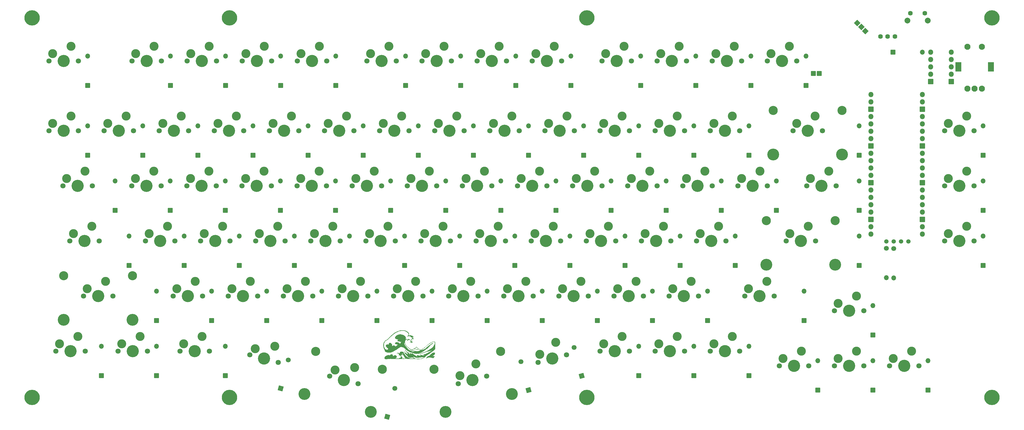
<source format=gbr>
%TF.GenerationSoftware,KiCad,Pcbnew,(6.0.6)*%
%TF.CreationDate,2022-07-23T00:41:05+02:00*%
%TF.ProjectId,middle,6d696464-6c65-42e6-9b69-6361645f7063,rev?*%
%TF.SameCoordinates,Original*%
%TF.FileFunction,Soldermask,Top*%
%TF.FilePolarity,Negative*%
%FSLAX46Y46*%
G04 Gerber Fmt 4.6, Leading zero omitted, Abs format (unit mm)*
G04 Created by KiCad (PCBNEW (6.0.6)) date 2022-07-23 00:41:05*
%MOMM*%
%LPD*%
G01*
G04 APERTURE LIST*
G04 Aperture macros list*
%AMRoundRect*
0 Rectangle with rounded corners*
0 $1 Rounding radius*
0 $2 $3 $4 $5 $6 $7 $8 $9 X,Y pos of 4 corners*
0 Add a 4 corners polygon primitive as box body*
4,1,4,$2,$3,$4,$5,$6,$7,$8,$9,$2,$3,0*
0 Add four circle primitives for the rounded corners*
1,1,$1+$1,$2,$3*
1,1,$1+$1,$4,$5*
1,1,$1+$1,$6,$7*
1,1,$1+$1,$8,$9*
0 Add four rect primitives between the rounded corners*
20,1,$1+$1,$2,$3,$4,$5,0*
20,1,$1+$1,$4,$5,$6,$7,0*
20,1,$1+$1,$6,$7,$8,$9,0*
20,1,$1+$1,$8,$9,$2,$3,0*%
%AMHorizOval*
0 Thick line with rounded ends*
0 $1 width*
0 $2 $3 position (X,Y) of the first rounded end (center of the circle)*
0 $4 $5 position (X,Y) of the second rounded end (center of the circle)*
0 Add line between two ends*
20,1,$1,$2,$3,$4,$5,0*
0 Add two circle primitives to create the rounded ends*
1,1,$1,$2,$3*
1,1,$1,$4,$5*%
G04 Aperture macros list end*
%ADD10C,1.800000*%
%ADD11C,4.200000*%
%ADD12C,3.100000*%
%ADD13RoundRect,0.050000X0.800000X-0.800000X0.800000X0.800000X-0.800000X0.800000X-0.800000X-0.800000X0*%
%ADD14O,1.700000X1.700000*%
%ADD15C,2.100000*%
%ADD16RoundRect,0.050000X1.000000X-1.600000X1.000000X1.600000X-1.000000X1.600000X-1.000000X-1.600000X0*%
%ADD17C,1.624000*%
%ADD18C,2.000000*%
%ADD19RoundRect,0.050000X1.077631X0.000000X0.000000X1.077631X-1.077631X0.000000X0.000000X-1.077631X0*%
%ADD20RoundRect,0.050000X0.979796X-0.565685X0.565685X0.979796X-0.979796X0.565685X-0.565685X-0.979796X0*%
%ADD21HorizOval,1.700000X0.000000X0.000000X0.000000X0.000000X0*%
%ADD22RoundRect,0.050000X0.850000X0.850000X-0.850000X0.850000X-0.850000X-0.850000X0.850000X-0.850000X0*%
%ADD23O,1.800000X1.800000*%
%ADD24C,1.700000*%
%ADD25C,0.800000*%
%ADD26C,5.300000*%
%ADD27RoundRect,0.050000X-0.762000X-0.762000X0.762000X-0.762000X0.762000X0.762000X-0.762000X0.762000X0*%
%ADD28C,4.100000*%
%ADD29C,3.150000*%
%ADD30RoundRect,0.050000X0.565685X-0.979796X0.979796X0.565685X-0.565685X0.979796X-0.979796X-0.565685X0*%
%ADD31HorizOval,1.700000X0.000000X0.000000X0.000000X0.000000X0*%
%ADD32C,1.497000*%
%ADD33RoundRect,0.050000X-0.800000X-0.800000X0.800000X-0.800000X0.800000X0.800000X-0.800000X0.800000X0*%
G04 APERTURE END LIST*
%TO.C,LogoTopMiddleFront*%
G36*
X179765573Y-171385274D02*
G01*
X179887707Y-171302407D01*
X179986849Y-171229736D01*
X180064725Y-171165895D01*
X180123060Y-171109517D01*
X180163582Y-171059235D01*
X180188017Y-171013683D01*
X180194253Y-170994247D01*
X180214633Y-170943885D01*
X180242094Y-170922166D01*
X180274664Y-170930350D01*
X180283398Y-170937238D01*
X180305606Y-170946377D01*
X180349720Y-170957685D01*
X180406384Y-170968779D01*
X180408976Y-170969217D01*
X180484361Y-170978731D01*
X180544301Y-170976806D01*
X180603289Y-170962092D01*
X180641967Y-170947494D01*
X180663326Y-170945589D01*
X180669583Y-170968461D01*
X180669610Y-170971486D01*
X180679901Y-171005721D01*
X180707637Y-171055879D01*
X180748109Y-171115360D01*
X180796611Y-171177561D01*
X180848436Y-171235881D01*
X180881021Y-171267979D01*
X180939991Y-171318917D01*
X181016808Y-171380273D01*
X181105511Y-171447766D01*
X181200142Y-171517109D01*
X181294739Y-171584020D01*
X181383345Y-171644216D01*
X181459999Y-171693411D01*
X181518741Y-171727322D01*
X181523358Y-171729687D01*
X181573349Y-171752786D01*
X181640111Y-171780730D01*
X181717255Y-171811174D01*
X181798396Y-171841770D01*
X181877147Y-171870173D01*
X181947121Y-171894036D01*
X182001932Y-171911014D01*
X182035193Y-171918759D01*
X182038679Y-171918994D01*
X182056581Y-171911421D01*
X182097645Y-171890210D01*
X182157736Y-171857620D01*
X182232714Y-171815911D01*
X182318444Y-171767343D01*
X182361436Y-171742695D01*
X182578742Y-171610861D01*
X182774426Y-171476859D01*
X182958074Y-171333616D01*
X183139274Y-171174061D01*
X183165381Y-171149653D01*
X183266254Y-171055731D01*
X183353616Y-170977190D01*
X183435443Y-170907435D01*
X183519712Y-170839870D01*
X183614397Y-170767897D01*
X183726140Y-170685890D01*
X183988016Y-170490061D01*
X184245970Y-170286147D01*
X184488972Y-170082941D01*
X184555431Y-170025081D01*
X184745599Y-169866828D01*
X184947897Y-169714874D01*
X185156181Y-169573207D01*
X185364303Y-169445816D01*
X185566118Y-169336689D01*
X185740133Y-169256189D01*
X185878946Y-169203026D01*
X186023527Y-169156813D01*
X186169288Y-169118317D01*
X186311646Y-169088306D01*
X186446016Y-169067548D01*
X186567813Y-169056810D01*
X186672451Y-169056859D01*
X186755347Y-169068464D01*
X186790657Y-169080338D01*
X186840498Y-169112149D01*
X186883257Y-169154653D01*
X186889679Y-169163634D01*
X186925605Y-169218608D01*
X186921271Y-170406892D01*
X186916936Y-171595175D01*
X186859366Y-171705748D01*
X186774051Y-171846500D01*
X186675571Y-171963440D01*
X186558067Y-172063490D01*
X186554301Y-172066221D01*
X186495033Y-172109406D01*
X186420660Y-172164183D01*
X186341276Y-172223090D01*
X186276152Y-172271774D01*
X186204455Y-172324486D01*
X186115477Y-172388209D01*
X186018295Y-172456536D01*
X185921985Y-172523059D01*
X185874399Y-172555393D01*
X185783872Y-172618248D01*
X185678068Y-172694556D01*
X185566039Y-172777614D01*
X185456836Y-172860721D01*
X185368926Y-172929640D01*
X185230014Y-173039363D01*
X185106460Y-173134060D01*
X184990001Y-173219685D01*
X184872375Y-173302191D01*
X184745321Y-173387531D01*
X184622192Y-173467746D01*
X184530698Y-173528174D01*
X184427212Y-173598812D01*
X184324801Y-173670627D01*
X184241011Y-173731268D01*
X184160030Y-173790058D01*
X184073928Y-173850721D01*
X183992436Y-173906510D01*
X183925281Y-173950674D01*
X183919134Y-173954566D01*
X183851178Y-174000338D01*
X183784347Y-174050367D01*
X183729474Y-174096366D01*
X183712567Y-174112526D01*
X183672415Y-174153457D01*
X183617702Y-174209382D01*
X183555901Y-174272656D01*
X183499782Y-174330198D01*
X183410795Y-174413452D01*
X183300718Y-174503829D01*
X183177372Y-174595716D01*
X183048579Y-174683500D01*
X182922161Y-174761567D01*
X182823506Y-174815538D01*
X182741870Y-174856038D01*
X182660380Y-174894841D01*
X182584607Y-174929464D01*
X182520123Y-174957423D01*
X182472501Y-174976233D01*
X182447313Y-174983412D01*
X182446875Y-174983422D01*
X182423419Y-174989537D01*
X182380542Y-175005584D01*
X182327442Y-175028116D01*
X182326428Y-175028569D01*
X182286410Y-175046122D01*
X182250627Y-175060245D01*
X182214571Y-175071708D01*
X182173731Y-175081282D01*
X182123599Y-175089737D01*
X182059666Y-175097842D01*
X181977422Y-175106369D01*
X181872357Y-175116087D01*
X181751638Y-175126745D01*
X181570162Y-175140439D01*
X181386850Y-175150188D01*
X181207632Y-175155905D01*
X181038439Y-175157507D01*
X180885202Y-175154906D01*
X180753854Y-175148019D01*
X180689673Y-175141985D01*
X180583606Y-175130992D01*
X180467523Y-175121363D01*
X180339177Y-175113033D01*
X180196324Y-175105937D01*
X180036717Y-175100010D01*
X179858113Y-175095188D01*
X179658264Y-175091406D01*
X179434926Y-175088600D01*
X179185854Y-175086704D01*
X178908801Y-175085654D01*
X178726700Y-175085402D01*
X178493593Y-175085141D01*
X178289252Y-175084625D01*
X178110848Y-175083800D01*
X177955556Y-175082612D01*
X177820549Y-175081007D01*
X177703000Y-175078932D01*
X177600083Y-175076333D01*
X177508971Y-175073155D01*
X177426838Y-175069347D01*
X177350857Y-175064853D01*
X177278201Y-175059620D01*
X177249772Y-175057336D01*
X177146960Y-175049009D01*
X177059042Y-175042501D01*
X176980917Y-175037806D01*
X176907483Y-175034914D01*
X176833637Y-175033821D01*
X176754278Y-175034518D01*
X176664302Y-175036998D01*
X176558608Y-175041255D01*
X176432093Y-175047280D01*
X176279655Y-175055068D01*
X176262521Y-175055957D01*
X176030296Y-175067892D01*
X175825713Y-175078065D01*
X175644878Y-175086563D01*
X175483895Y-175093479D01*
X175338869Y-175098901D01*
X175205904Y-175102920D01*
X175081106Y-175105625D01*
X174960579Y-175107107D01*
X174840428Y-175107456D01*
X174716759Y-175106761D01*
X174585674Y-175105113D01*
X174443281Y-175102601D01*
X174337485Y-175100435D01*
X174177145Y-175097204D01*
X174011836Y-175094207D01*
X173847522Y-175091528D01*
X173690168Y-175089254D01*
X173545738Y-175087469D01*
X173420196Y-175086259D01*
X173319505Y-175085710D01*
X173308665Y-175085692D01*
X173217788Y-175085190D01*
X173100494Y-175083917D01*
X172961944Y-175081961D01*
X172807301Y-175079411D01*
X172641729Y-175076357D01*
X172470388Y-175072886D01*
X172298442Y-175069088D01*
X172176909Y-175066195D01*
X171993350Y-175061775D01*
X171837196Y-175058350D01*
X171704274Y-175056016D01*
X171590410Y-175054868D01*
X171491430Y-175055002D01*
X171403159Y-175056515D01*
X171321426Y-175059501D01*
X171242055Y-175064057D01*
X171160872Y-175070279D01*
X171073705Y-175078262D01*
X170976378Y-175088103D01*
X170907670Y-175095330D01*
X170821368Y-175104159D01*
X170720901Y-175113954D01*
X170623586Y-175123038D01*
X170591750Y-175125893D01*
X170496946Y-175134384D01*
X170389594Y-175144176D01*
X170288591Y-175153540D01*
X170260033Y-175156228D01*
X170095218Y-175167651D01*
X169947115Y-175169524D01*
X169821209Y-175161858D01*
X169773784Y-175155386D01*
X169659353Y-175124019D01*
X169557636Y-175072037D01*
X169474442Y-175003250D01*
X169415577Y-174921469D01*
X169414716Y-174919783D01*
X169392375Y-174870002D01*
X169380388Y-174824094D01*
X169378969Y-174774721D01*
X169388333Y-174714546D01*
X169408695Y-174636231D01*
X169424561Y-174583092D01*
X169455359Y-174488125D01*
X169485257Y-174413054D01*
X169519323Y-174349785D01*
X169562625Y-174290227D01*
X169620231Y-174226285D01*
X169693806Y-174153158D01*
X169818404Y-174044750D01*
X169937144Y-173966673D01*
X170051154Y-173918449D01*
X170161562Y-173899599D01*
X170268233Y-173909360D01*
X170311909Y-173918240D01*
X170339860Y-173922191D01*
X170345058Y-173921676D01*
X170386522Y-173841238D01*
X170437404Y-173784514D01*
X170503295Y-173747930D01*
X170589786Y-173727915D01*
X170657241Y-173722211D01*
X170758826Y-173724977D01*
X170863627Y-173743909D01*
X170977214Y-173780628D01*
X171105155Y-173836755D01*
X171178811Y-173873941D01*
X171191019Y-173865611D01*
X171199950Y-173845940D01*
X171229883Y-173792478D01*
X171287452Y-173730515D01*
X171370513Y-173662104D01*
X171448684Y-173607515D01*
X171554857Y-173541754D01*
X171644842Y-173495951D01*
X171724927Y-173467859D01*
X171801399Y-173455233D01*
X171874565Y-173455387D01*
X171998007Y-173477718D01*
X172103831Y-173525422D01*
X172190768Y-173596837D01*
X172257547Y-173690302D01*
X172302898Y-173804155D01*
X172325552Y-173936736D01*
X172326901Y-174047093D01*
X172321414Y-174161199D01*
X172376700Y-174098983D01*
X172415883Y-174062352D01*
X172472773Y-174018244D01*
X172537313Y-173974255D01*
X172561840Y-173959099D01*
X172723675Y-173872062D01*
X172872244Y-173812848D01*
X173008839Y-173781240D01*
X173134749Y-173777020D01*
X173251266Y-173799973D01*
X173325301Y-173830741D01*
X173391405Y-173873024D01*
X173462135Y-173932139D01*
X173529587Y-174000084D01*
X173585861Y-174068858D01*
X173623053Y-174130459D01*
X173624475Y-174133681D01*
X173650477Y-174229145D01*
X173654829Y-174336216D01*
X173638092Y-174444032D01*
X173603712Y-174536196D01*
X173572694Y-174587641D01*
X173533651Y-174639647D01*
X173492711Y-174685379D01*
X173456001Y-174718003D01*
X173429651Y-174730682D01*
X173429347Y-174730685D01*
X173410155Y-174738737D01*
X173374224Y-174760120D01*
X173327438Y-174790675D01*
X173275683Y-174826242D01*
X173224845Y-174862662D01*
X173180808Y-174895777D01*
X173149457Y-174921427D01*
X173136678Y-174935452D01*
X173137646Y-174936840D01*
X173154113Y-174937290D01*
X173198335Y-174938185D01*
X173266480Y-174939456D01*
X173354715Y-174941034D01*
X173459208Y-174942849D01*
X173576126Y-174944833D01*
X173637099Y-174945851D01*
X173807192Y-174948172D01*
X173948665Y-174948798D01*
X174064459Y-174947450D01*
X174157514Y-174943850D01*
X174230769Y-174937723D01*
X174287165Y-174928790D01*
X174329643Y-174916774D01*
X174361142Y-174901398D01*
X174384603Y-174882384D01*
X174391570Y-174874688D01*
X174431089Y-174839862D01*
X174492620Y-174799702D01*
X174568115Y-174758593D01*
X174649525Y-174720918D01*
X174728502Y-174691159D01*
X174820006Y-174652276D01*
X174906052Y-174598860D01*
X174982785Y-174535227D01*
X175046349Y-174465695D01*
X175092887Y-174394581D01*
X175118543Y-174326202D01*
X175119462Y-174264874D01*
X175117090Y-174256114D01*
X175094063Y-174230192D01*
X175070493Y-174225213D01*
X175028854Y-174210921D01*
X174987784Y-174173138D01*
X174953242Y-174119499D01*
X174931187Y-174057642D01*
X174928544Y-174043301D01*
X174914758Y-173973816D01*
X174894904Y-173927498D01*
X175175766Y-173927498D01*
X175176661Y-173965374D01*
X175176977Y-173968300D01*
X175185908Y-174016932D01*
X175203575Y-174059497D01*
X175234282Y-174101882D01*
X175282335Y-174149972D01*
X175352037Y-174209651D01*
X175355684Y-174212648D01*
X175468081Y-174315491D01*
X175553308Y-174416749D01*
X175609985Y-174514586D01*
X175632074Y-174580681D01*
X175641986Y-174665354D01*
X175629045Y-174741415D01*
X175591003Y-174817938D01*
X175563676Y-174856825D01*
X175530521Y-174900718D01*
X175502661Y-174937689D01*
X175492346Y-174951428D01*
X175486578Y-174961938D01*
X175490717Y-174969004D01*
X175509128Y-174973081D01*
X175546176Y-174974628D01*
X175606229Y-174974098D01*
X175689796Y-174972054D01*
X175787310Y-174968277D01*
X175903370Y-174962044D01*
X176025095Y-174954141D01*
X176139605Y-174945354D01*
X176167745Y-174942920D01*
X176268099Y-174933602D01*
X176369504Y-174923525D01*
X176462522Y-174913671D01*
X176537721Y-174905019D01*
X176563129Y-174901794D01*
X176697879Y-174883879D01*
X176613099Y-174803698D01*
X176566678Y-174755540D01*
X176510950Y-174691392D01*
X176454462Y-174621323D01*
X176424024Y-174580988D01*
X176368208Y-174506038D01*
X176306003Y-174424587D01*
X176247346Y-174349574D01*
X176222912Y-174319092D01*
X176148335Y-174214747D01*
X176073589Y-174087398D01*
X176002949Y-173945320D01*
X175940694Y-173796784D01*
X175913056Y-173719740D01*
X175891689Y-173652985D01*
X175876837Y-173595617D01*
X175867016Y-173538159D01*
X175860741Y-173471138D01*
X175856529Y-173385079D01*
X175855356Y-173351440D01*
X175848182Y-173133202D01*
X175814462Y-173164054D01*
X175759004Y-173203752D01*
X175680644Y-173244936D01*
X175587654Y-173283964D01*
X175488305Y-173317196D01*
X175433230Y-173331857D01*
X175386569Y-173344527D01*
X175362467Y-173358571D01*
X175352515Y-173381615D01*
X175349407Y-173407872D01*
X175344564Y-173465001D01*
X175407879Y-173434410D01*
X175491680Y-173408053D01*
X175577157Y-173405809D01*
X175656192Y-173426586D01*
X175720669Y-173469297D01*
X175728501Y-173477438D01*
X175756893Y-173524742D01*
X175775766Y-173586330D01*
X175782111Y-173648280D01*
X175774919Y-173692097D01*
X175753795Y-173726927D01*
X175729666Y-173730910D01*
X175702147Y-173703885D01*
X175672471Y-173649246D01*
X175639615Y-173590551D01*
X175602962Y-173557882D01*
X175555671Y-173548553D01*
X175490901Y-173559880D01*
X175464594Y-173567672D01*
X175399207Y-173592217D01*
X175348728Y-173622801D01*
X175306067Y-173665970D01*
X175264132Y-173728268D01*
X175235538Y-173779092D01*
X175202431Y-173843317D01*
X175183431Y-173889799D01*
X175175766Y-173927498D01*
X174894904Y-173927498D01*
X174894297Y-173926081D01*
X174860883Y-173890257D01*
X174809947Y-173857462D01*
X174744397Y-173827005D01*
X174687082Y-173817430D01*
X174631018Y-173830024D01*
X174569223Y-173866072D01*
X174511183Y-173912476D01*
X174471494Y-173943061D01*
X174440127Y-173960768D01*
X174426832Y-173962508D01*
X174419871Y-173941964D01*
X174418742Y-173896667D01*
X174422258Y-173846369D01*
X174425405Y-173732454D01*
X174414215Y-173613721D01*
X174390548Y-173497997D01*
X174356266Y-173393111D01*
X174313228Y-173306888D01*
X174284847Y-173268355D01*
X174247242Y-173234964D01*
X174191794Y-173196716D01*
X174129683Y-173161229D01*
X174121780Y-173157254D01*
X174025780Y-173117151D01*
X173942040Y-173100403D01*
X173861932Y-173106665D01*
X173776827Y-173135592D01*
X173761093Y-173142810D01*
X173698193Y-173167705D01*
X173653122Y-173176186D01*
X173628576Y-173169593D01*
X173627252Y-173149265D01*
X173651846Y-173116540D01*
X173671727Y-173098429D01*
X173748281Y-173050141D01*
X173847209Y-173012474D01*
X173960305Y-172988120D01*
X174029256Y-172981149D01*
X174094678Y-172978791D01*
X174149306Y-172981641D01*
X174204720Y-172991373D01*
X174272499Y-173009656D01*
X174313584Y-173022198D01*
X174434980Y-173066879D01*
X174541472Y-173119527D01*
X174574832Y-173140040D01*
X174679991Y-173209268D01*
X174673759Y-173077555D01*
X174679896Y-172945602D01*
X174711853Y-172831793D01*
X174769908Y-172735681D01*
X174854338Y-172656816D01*
X174965422Y-172594752D01*
X174976052Y-172590258D01*
X175021188Y-172572347D01*
X175060091Y-172559904D01*
X175100125Y-172551949D01*
X175148656Y-172547503D01*
X175213046Y-172545588D01*
X175300660Y-172545225D01*
X175314760Y-172545242D01*
X175464426Y-172550010D01*
X175587333Y-172564745D01*
X175687117Y-172590814D01*
X175767417Y-172629582D01*
X175831872Y-172682417D01*
X175884120Y-172750685D01*
X175890693Y-172761595D01*
X175931673Y-172831524D01*
X176028519Y-172730669D01*
X176073536Y-172685559D01*
X176111393Y-172650867D01*
X176136200Y-172631857D01*
X176141362Y-172629815D01*
X176164455Y-172620138D01*
X176186251Y-172603668D01*
X176228635Y-172570082D01*
X176279988Y-172536147D01*
X176333013Y-172505807D01*
X176380415Y-172483003D01*
X176414898Y-172471677D01*
X176427903Y-172473097D01*
X176427932Y-172491671D01*
X176403216Y-172524190D01*
X176365195Y-172561011D01*
X176282274Y-172637250D01*
X176218875Y-172699055D01*
X176170187Y-172752138D01*
X176131399Y-172802212D01*
X176097700Y-172854992D01*
X176064278Y-172916190D01*
X176061401Y-172921758D01*
X175988034Y-173064205D01*
X175981489Y-173257693D01*
X175981172Y-173409517D01*
X175992112Y-173538970D01*
X176015348Y-173653576D01*
X176050522Y-173757439D01*
X176072420Y-173806237D01*
X176101250Y-173863589D01*
X176133468Y-173923311D01*
X176165534Y-173979218D01*
X176193905Y-174025125D01*
X176215040Y-174054848D01*
X176225193Y-174062458D01*
X176223454Y-174045743D01*
X176213144Y-174007948D01*
X176198520Y-173963221D01*
X176171718Y-173879153D01*
X176144458Y-173781445D01*
X176118337Y-173677238D01*
X176094957Y-173573672D01*
X176075917Y-173477888D01*
X176062818Y-173397028D01*
X176057258Y-173338231D01*
X176057172Y-173332338D01*
X176062686Y-173266339D01*
X176077367Y-173191274D01*
X176098424Y-173116637D01*
X176123069Y-173051920D01*
X176148511Y-173006616D01*
X176155166Y-172998932D01*
X176167438Y-172990896D01*
X176179232Y-172996738D01*
X176193510Y-173020887D01*
X176213233Y-173067769D01*
X176229372Y-173109872D01*
X176261818Y-173183596D01*
X176309482Y-173275791D01*
X176368379Y-173379845D01*
X176434525Y-173489144D01*
X176503932Y-173597075D01*
X176572616Y-173697024D01*
X176628430Y-173772020D01*
X176694224Y-173847645D01*
X176782025Y-173935664D01*
X176886912Y-174031950D01*
X177003967Y-174132372D01*
X177128268Y-174232801D01*
X177254898Y-174329107D01*
X177378936Y-174417161D01*
X177463018Y-174472587D01*
X177546247Y-174523376D01*
X177648813Y-174582861D01*
X177761603Y-174646004D01*
X177875501Y-174707773D01*
X177981392Y-174763131D01*
X178057965Y-174801225D01*
X178120356Y-174832757D01*
X178172076Y-174861761D01*
X178206299Y-174884252D01*
X178215925Y-174893484D01*
X178222608Y-174899401D01*
X178236853Y-174904672D01*
X178260937Y-174909418D01*
X178297131Y-174913761D01*
X178347710Y-174917823D01*
X178414948Y-174921727D01*
X178501117Y-174925593D01*
X178608492Y-174929544D01*
X178739347Y-174933702D01*
X178895954Y-174938189D01*
X179080588Y-174943127D01*
X179198220Y-174946164D01*
X179598658Y-174956405D01*
X179573788Y-174908310D01*
X179537947Y-174858989D01*
X179480918Y-174803155D01*
X179410315Y-174747272D01*
X179333753Y-174697804D01*
X179311153Y-174685387D01*
X179252196Y-174656271D01*
X179198126Y-174635083D01*
X179143068Y-174621198D01*
X179081148Y-174613988D01*
X179006490Y-174612829D01*
X178913221Y-174617093D01*
X178795464Y-174626155D01*
X178773315Y-174628065D01*
X178617227Y-174641371D01*
X178488599Y-174651577D01*
X178383463Y-174658817D01*
X178297852Y-174663223D01*
X178227799Y-174664929D01*
X178169337Y-174664067D01*
X178118500Y-174660769D01*
X178071320Y-174655170D01*
X178052020Y-174652225D01*
X177920950Y-174625205D01*
X177813273Y-174588017D01*
X177721328Y-174536284D01*
X177637451Y-174465626D01*
X177553979Y-174371667D01*
X177548171Y-174364378D01*
X177495462Y-174300308D01*
X177464089Y-174263914D01*
X179235594Y-174263914D01*
X179239186Y-174271870D01*
X179246162Y-174272601D01*
X179261918Y-174283437D01*
X179296652Y-174314004D01*
X179347311Y-174361395D01*
X179410840Y-174422699D01*
X179484187Y-174495007D01*
X179564295Y-174575409D01*
X179568664Y-174579833D01*
X179670733Y-174683140D01*
X179754801Y-174766485D01*
X179825336Y-174832113D01*
X179886805Y-174882271D01*
X179943675Y-174919205D01*
X180000414Y-174945162D01*
X180061489Y-174962388D01*
X180131367Y-174973128D01*
X180214516Y-174979630D01*
X180315403Y-174984140D01*
X180377384Y-174986483D01*
X180486507Y-174990665D01*
X180596315Y-174994913D01*
X180698572Y-174998906D01*
X180785040Y-175002323D01*
X180843367Y-175004673D01*
X180908831Y-175006203D01*
X180997417Y-175006636D01*
X181100676Y-175006017D01*
X181210158Y-175004390D01*
X181301451Y-175002258D01*
X181417010Y-174999217D01*
X181540525Y-174996258D01*
X181661323Y-174993618D01*
X181768735Y-174991533D01*
X181830618Y-174990526D01*
X181925020Y-174988471D01*
X181997460Y-174984537D01*
X182057561Y-174977397D01*
X182114949Y-174965729D01*
X182179248Y-174948207D01*
X182213889Y-174937788D01*
X182297635Y-174910700D01*
X182392430Y-174877647D01*
X182490476Y-174841589D01*
X182583975Y-174805482D01*
X182665129Y-174772285D01*
X182726141Y-174744955D01*
X182738357Y-174738859D01*
X182768657Y-174720410D01*
X182816650Y-174688098D01*
X182874805Y-174647084D01*
X182915781Y-174617250D01*
X182974889Y-174573888D01*
X183027067Y-174536067D01*
X183065493Y-174508707D01*
X183080574Y-174498402D01*
X183082630Y-174493573D01*
X183060052Y-174498927D01*
X183017686Y-174513293D01*
X183015319Y-174514159D01*
X182987605Y-174523884D01*
X182960770Y-174531565D01*
X182930896Y-174537405D01*
X182894066Y-174541609D01*
X182846361Y-174544381D01*
X182783864Y-174545924D01*
X182702657Y-174546443D01*
X182598823Y-174546141D01*
X182468442Y-174545223D01*
X182425476Y-174544874D01*
X182265797Y-174543985D01*
X182131181Y-174544563D01*
X182015113Y-174547170D01*
X181911078Y-174552363D01*
X181812558Y-174560704D01*
X181713040Y-174572751D01*
X181606007Y-174589064D01*
X181484944Y-174610203D01*
X181343335Y-174636727D01*
X181333043Y-174638693D01*
X181266056Y-174650645D01*
X181203269Y-174659532D01*
X181138202Y-174665762D01*
X181064374Y-174669743D01*
X180975304Y-174671883D01*
X180864512Y-174672591D01*
X180795978Y-174672528D01*
X180440568Y-174671635D01*
X180203628Y-174612425D01*
X180035270Y-174566664D01*
X179875502Y-174516117D01*
X179749775Y-174470051D01*
X183117993Y-174470051D01*
X183125891Y-174477949D01*
X183133789Y-174470051D01*
X183125891Y-174462153D01*
X183117993Y-174470051D01*
X179749775Y-174470051D01*
X179730572Y-174463015D01*
X179606726Y-174409588D01*
X179540195Y-174375577D01*
X179483640Y-174346850D01*
X179420047Y-174318707D01*
X179356451Y-174293729D01*
X179299888Y-174274493D01*
X179257393Y-174263578D01*
X179236001Y-174263564D01*
X179235594Y-174263914D01*
X177464089Y-174263914D01*
X177431191Y-174225752D01*
X177365886Y-174152814D01*
X177337425Y-174122104D01*
X177154370Y-173921662D01*
X176965886Y-173704538D01*
X176781517Y-173481866D01*
X176687297Y-173363579D01*
X176629492Y-173287430D01*
X176570408Y-173205226D01*
X176513066Y-173121656D01*
X176460490Y-173041413D01*
X176415699Y-172969188D01*
X176381715Y-172909673D01*
X176361561Y-172867560D01*
X176357297Y-172851194D01*
X176370586Y-172839918D01*
X176411059Y-172839556D01*
X176479628Y-172850165D01*
X176538951Y-172862803D01*
X176628113Y-172894013D01*
X176726882Y-172946989D01*
X176827934Y-173016825D01*
X176923947Y-173098617D01*
X176985854Y-173162166D01*
X177046339Y-173229419D01*
X177091597Y-173277634D01*
X177127126Y-173311618D01*
X177158423Y-173336179D01*
X177190987Y-173356123D01*
X177230314Y-173376256D01*
X177231238Y-173376709D01*
X177302762Y-173407499D01*
X177355046Y-173418445D01*
X177393615Y-173409315D01*
X177423999Y-173379876D01*
X177431599Y-173368279D01*
X177452266Y-173328423D01*
X177462667Y-173296699D01*
X177462959Y-173293014D01*
X177450476Y-173246538D01*
X177413686Y-173183339D01*
X177353858Y-173105240D01*
X177272261Y-173014063D01*
X177259809Y-173001021D01*
X177198434Y-172935492D01*
X177137359Y-172867389D01*
X177084363Y-172805542D01*
X177052190Y-172765422D01*
X177007010Y-172707458D01*
X176959627Y-172649055D01*
X176924290Y-172607462D01*
X176881917Y-172554783D01*
X176828626Y-172481587D01*
X176768827Y-172394663D01*
X176706932Y-172300802D01*
X176647354Y-172206793D01*
X176594503Y-172119427D01*
X176552792Y-172045493D01*
X176531410Y-172002802D01*
X176501909Y-171930743D01*
X176488977Y-171879541D01*
X176490194Y-171847742D01*
X176505979Y-171816276D01*
X176528073Y-171813598D01*
X176553467Y-171838307D01*
X176579150Y-171889004D01*
X176579196Y-171889122D01*
X176601033Y-171934272D01*
X176635876Y-171994890D01*
X176677881Y-172061091D01*
X176700634Y-172094470D01*
X176748426Y-172162744D01*
X176797383Y-172232796D01*
X176839586Y-172293291D01*
X176853928Y-172313894D01*
X176891450Y-172363332D01*
X176943130Y-172425494D01*
X177000805Y-172490752D01*
X177034670Y-172527152D01*
X177098129Y-172594379D01*
X177166938Y-172668189D01*
X177230082Y-172736737D01*
X177254964Y-172764092D01*
X177306551Y-172819402D01*
X177357722Y-172871345D01*
X177399892Y-172911300D01*
X177411517Y-172921337D01*
X177468102Y-172968021D01*
X177457536Y-172841328D01*
X177446989Y-172764480D01*
X177428448Y-172674310D01*
X177405345Y-172586948D01*
X177399242Y-172567384D01*
X177379643Y-172504124D01*
X177365485Y-172452919D01*
X177358554Y-172420574D01*
X177358687Y-172412960D01*
X177381767Y-172409596D01*
X177414050Y-172430209D01*
X177450269Y-172470694D01*
X177469615Y-172499384D01*
X177496379Y-172542215D01*
X177535226Y-172603351D01*
X177580955Y-172674653D01*
X177628367Y-172747979D01*
X177628566Y-172748285D01*
X177679556Y-172826816D01*
X177732457Y-172908345D01*
X177780659Y-172982681D01*
X177814357Y-173034698D01*
X177869084Y-173113890D01*
X177934181Y-173199700D01*
X178004314Y-173285840D01*
X178074151Y-173366024D01*
X178138358Y-173433963D01*
X178191602Y-173483369D01*
X178201822Y-173491515D01*
X178241245Y-173520327D01*
X178269186Y-173538325D01*
X178278167Y-173541698D01*
X178275123Y-173525924D01*
X178263875Y-173484866D01*
X178245832Y-173423333D01*
X178222403Y-173346134D01*
X178195969Y-173261162D01*
X178156426Y-173131057D01*
X178126281Y-173022379D01*
X178105910Y-172936860D01*
X178095694Y-172876227D01*
X178096011Y-172842211D01*
X178102641Y-172835163D01*
X178135407Y-172847110D01*
X178183136Y-172880605D01*
X178241563Y-172932133D01*
X178306422Y-172998179D01*
X178324316Y-173017857D01*
X178430142Y-173124509D01*
X178560748Y-173236667D01*
X178710901Y-173349980D01*
X178787152Y-173402677D01*
X178835600Y-173433666D01*
X178873350Y-173454884D01*
X178893513Y-173462533D01*
X178894837Y-173462092D01*
X178892508Y-173445027D01*
X178878455Y-173408936D01*
X178861915Y-173374101D01*
X178829422Y-173298074D01*
X178805201Y-173217740D01*
X178789924Y-173139184D01*
X178784263Y-173068492D01*
X178788887Y-173011747D01*
X178804469Y-172975036D01*
X178816913Y-172965964D01*
X178841295Y-172970832D01*
X178875868Y-172993628D01*
X178889682Y-173005983D01*
X178965231Y-173073227D01*
X179062080Y-173150168D01*
X179173624Y-173231689D01*
X179240071Y-173277452D01*
X179307777Y-173324407D01*
X179377016Y-173374595D01*
X179435683Y-173419180D01*
X179450024Y-173430642D01*
X179499935Y-173469206D01*
X179566009Y-173517456D01*
X179637882Y-173567915D01*
X179679066Y-173595866D01*
X179751261Y-173645144D01*
X179825580Y-173697583D01*
X179890846Y-173745229D01*
X179919299Y-173766870D01*
X179983388Y-173814543D01*
X180054791Y-173864338D01*
X180108852Y-173899630D01*
X180168904Y-173936961D01*
X180241802Y-173982241D01*
X180313543Y-174026772D01*
X180326140Y-174034587D01*
X180389941Y-174071438D01*
X180452648Y-174103076D01*
X180503457Y-174124182D01*
X180515692Y-174127909D01*
X180613978Y-174152862D01*
X180706088Y-174175427D01*
X180787231Y-174194508D01*
X180852617Y-174209012D01*
X180897456Y-174217843D01*
X180916958Y-174219906D01*
X180917314Y-174219715D01*
X180909135Y-174207879D01*
X180882148Y-174183206D01*
X180854087Y-174160420D01*
X180769724Y-174085557D01*
X180692469Y-174000101D01*
X180628594Y-173911999D01*
X180584372Y-173829198D01*
X180576691Y-173809003D01*
X180558041Y-173745887D01*
X180556038Y-173708244D01*
X180572989Y-173693399D01*
X180611202Y-173698676D01*
X180657585Y-173715172D01*
X180718821Y-173736808D01*
X180792821Y-173759256D01*
X180849647Y-173774201D01*
X180914283Y-173791112D01*
X180974974Y-173809430D01*
X181014683Y-173823677D01*
X181059770Y-173838007D01*
X181122091Y-173852283D01*
X181182159Y-173862499D01*
X181258272Y-173874631D01*
X181354714Y-173892419D01*
X181464133Y-173914270D01*
X181579178Y-173938589D01*
X181692496Y-173963783D01*
X181796735Y-173988258D01*
X181884544Y-174010419D01*
X181948410Y-174028622D01*
X182004490Y-174045536D01*
X182047646Y-174056916D01*
X182070258Y-174060799D01*
X182071779Y-174060399D01*
X182062642Y-174048653D01*
X182033689Y-174020475D01*
X181989205Y-173979859D01*
X181933478Y-173930798D01*
X181922394Y-173921216D01*
X181825752Y-173835263D01*
X181742739Y-173756174D01*
X181675461Y-173686312D01*
X181626024Y-173628038D01*
X181596534Y-173583718D01*
X181589096Y-173555714D01*
X181591949Y-173550345D01*
X181610919Y-173549696D01*
X181652056Y-173557231D01*
X181707468Y-173571403D01*
X181724406Y-173576331D01*
X181796980Y-173597353D01*
X181871366Y-173617858D01*
X181931810Y-173633506D01*
X181933292Y-173633867D01*
X181983741Y-173647907D01*
X182053877Y-173669786D01*
X182133779Y-173696318D01*
X182201435Y-173719961D01*
X182347547Y-173769351D01*
X182483303Y-173809374D01*
X182604027Y-173838870D01*
X182705046Y-173856678D01*
X182772549Y-173861760D01*
X182879258Y-173848424D01*
X182970000Y-173820000D01*
X183026579Y-173799851D01*
X183076006Y-173787673D01*
X183129513Y-173781833D01*
X183198335Y-173780699D01*
X183236464Y-173781272D01*
X183297359Y-173781810D01*
X183340729Y-173780191D01*
X183365163Y-173775741D01*
X183369252Y-173767785D01*
X183351587Y-173755649D01*
X183310758Y-173738660D01*
X183245356Y-173716142D01*
X183153972Y-173687421D01*
X183035196Y-173651824D01*
X182887618Y-173608675D01*
X182857359Y-173599902D01*
X182799172Y-173579497D01*
X182754329Y-173557086D01*
X182728598Y-173536181D01*
X182727311Y-173520704D01*
X182746952Y-173516013D01*
X182789111Y-173513082D01*
X182844738Y-173512533D01*
X182845811Y-173512549D01*
X182897601Y-173510791D01*
X182959405Y-173503441D01*
X183036188Y-173489594D01*
X183132917Y-173468349D01*
X183254556Y-173438800D01*
X183263533Y-173436548D01*
X183411150Y-173398363D01*
X183536146Y-173362877D01*
X183645269Y-173327194D01*
X183745269Y-173288415D01*
X183842896Y-173243642D01*
X183944900Y-173189977D01*
X184058030Y-173124522D01*
X184189037Y-173044379D01*
X184215817Y-173027683D01*
X184350839Y-172945722D01*
X184497870Y-172860698D01*
X184652262Y-172774991D01*
X184809367Y-172690979D01*
X184964537Y-172611040D01*
X185113125Y-172537554D01*
X185250481Y-172472900D01*
X185371958Y-172419455D01*
X185472908Y-172379599D01*
X185501915Y-172369505D01*
X185570887Y-172345295D01*
X185639486Y-172319005D01*
X185702581Y-172292914D01*
X185755039Y-172269298D01*
X185791729Y-172250436D01*
X185807520Y-172238605D01*
X185803317Y-172235725D01*
X185761039Y-172238256D01*
X185692911Y-172246715D01*
X185603916Y-172260153D01*
X185499037Y-172277626D01*
X185383260Y-172298186D01*
X185261569Y-172320887D01*
X185138947Y-172344782D01*
X185020379Y-172368926D01*
X184910849Y-172392372D01*
X184815342Y-172414174D01*
X184738841Y-172433384D01*
X184694814Y-172446206D01*
X184632446Y-172462903D01*
X184566148Y-172475693D01*
X184554805Y-172477249D01*
X184505616Y-172486430D01*
X184431605Y-172504273D01*
X184337859Y-172529268D01*
X184229466Y-172559905D01*
X184111512Y-172594676D01*
X183989085Y-172632069D01*
X183867273Y-172670577D01*
X183751163Y-172708688D01*
X183645843Y-172744895D01*
X183612141Y-172756957D01*
X183215931Y-172892219D01*
X182829274Y-173007647D01*
X182644611Y-173056499D01*
X182538204Y-173084175D01*
X182414790Y-173117519D01*
X182287557Y-173152898D01*
X182169691Y-173186682D01*
X182135194Y-173196832D01*
X181996583Y-173237318D01*
X181882046Y-173268938D01*
X181785665Y-173292748D01*
X181701520Y-173309808D01*
X181623694Y-173321174D01*
X181546266Y-173327904D01*
X181463320Y-173331055D01*
X181380431Y-173331708D01*
X181288376Y-173331193D01*
X181220622Y-173329246D01*
X181169886Y-173324932D01*
X181128880Y-173317318D01*
X181090319Y-173305470D01*
X181048715Y-173289195D01*
X180946041Y-173246918D01*
X180803876Y-173270023D01*
X180699228Y-173282390D01*
X180573502Y-173289978D01*
X180436460Y-173292814D01*
X180297865Y-173290923D01*
X180167477Y-173284334D01*
X180055057Y-173273072D01*
X180020808Y-173267870D01*
X179965560Y-173257684D01*
X179908472Y-173245342D01*
X179846036Y-173229792D01*
X179819039Y-173222290D01*
X181182862Y-173222290D01*
X181201199Y-173226083D01*
X181240836Y-173227084D01*
X181296722Y-173225610D01*
X181363803Y-173221976D01*
X181437027Y-173216497D01*
X181511341Y-173209489D01*
X181581693Y-173201268D01*
X181643030Y-173192149D01*
X181680556Y-173184801D01*
X181742280Y-173169029D01*
X181825234Y-173145456D01*
X181920808Y-173116651D01*
X182020389Y-173085183D01*
X182077779Y-173066326D01*
X182184950Y-173031763D01*
X182310791Y-172993129D01*
X182443316Y-172953988D01*
X182570540Y-172917905D01*
X182641882Y-172898532D01*
X182854655Y-172838417D01*
X183061747Y-172772979D01*
X183255583Y-172704796D01*
X183428589Y-172636448D01*
X183489719Y-172609884D01*
X183563031Y-172578310D01*
X183651163Y-172542227D01*
X183739167Y-172507703D01*
X183771638Y-172495446D01*
X183839507Y-172468817D01*
X183910054Y-172438021D01*
X183987754Y-172400798D01*
X184077085Y-172354889D01*
X184182522Y-172298031D01*
X184308543Y-172227967D01*
X184369999Y-172193314D01*
X184442712Y-172150278D01*
X184538108Y-172090806D01*
X184653211Y-172016890D01*
X184785044Y-171930523D01*
X184930631Y-171833696D01*
X185086994Y-171728402D01*
X185251158Y-171616634D01*
X185420144Y-171500383D01*
X185590976Y-171381642D01*
X185755929Y-171265759D01*
X185920886Y-171133000D01*
X186083278Y-170970004D01*
X186242097Y-170778087D01*
X186396336Y-170558565D01*
X186544986Y-170312754D01*
X186676715Y-170062962D01*
X186725595Y-169959921D01*
X186760365Y-169874271D01*
X186783634Y-169796599D01*
X186798013Y-169717488D01*
X186806111Y-169627526D01*
X186808060Y-169589081D01*
X186810794Y-169508906D01*
X186810149Y-169451347D01*
X186805147Y-169407519D01*
X186794811Y-169368537D01*
X186779389Y-169328447D01*
X186744041Y-169264434D01*
X186696652Y-169220038D01*
X186631463Y-169191799D01*
X186542711Y-169176259D01*
X186522992Y-169174480D01*
X186415185Y-169176079D01*
X186287175Y-169195126D01*
X186143837Y-169229860D01*
X185990049Y-169278517D01*
X185830687Y-169339337D01*
X185670627Y-169410555D01*
X185514746Y-169490411D01*
X185367921Y-169577142D01*
X185317787Y-169610000D01*
X185252082Y-169654094D01*
X185169527Y-169709113D01*
X185079711Y-169768686D01*
X184992221Y-169826442D01*
X184974026Y-169838412D01*
X184900996Y-169886820D01*
X184838846Y-169929300D01*
X184782309Y-169969936D01*
X184726118Y-170012815D01*
X184665008Y-170062021D01*
X184593713Y-170121638D01*
X184506966Y-170195753D01*
X184449057Y-170245646D01*
X184381417Y-170302695D01*
X184293733Y-170374632D01*
X184191199Y-170457342D01*
X184079011Y-170546709D01*
X183962361Y-170638620D01*
X183846445Y-170728958D01*
X183736457Y-170813608D01*
X183639262Y-170887204D01*
X183577061Y-170935837D01*
X183499095Y-170999882D01*
X183412667Y-171073166D01*
X183325080Y-171149516D01*
X183261263Y-171206676D01*
X183100129Y-171349914D01*
X182954121Y-171472704D01*
X182818220Y-171578932D01*
X182687407Y-171672483D01*
X182556661Y-171757245D01*
X182525643Y-171776163D01*
X182372471Y-171873158D01*
X182230769Y-171971920D01*
X182108127Y-172067056D01*
X182067558Y-172101611D01*
X182020170Y-172143253D01*
X182067558Y-172132725D01*
X182099022Y-172122999D01*
X182152880Y-172103520D01*
X182222419Y-172076824D01*
X182300929Y-172045447D01*
X182328192Y-172034278D01*
X182423584Y-171995770D01*
X182536245Y-171951570D01*
X182653663Y-171906520D01*
X182763323Y-171865459D01*
X182789074Y-171856014D01*
X182887915Y-171817860D01*
X182990986Y-171774500D01*
X183088154Y-171730423D01*
X183169288Y-171690116D01*
X183193634Y-171676820D01*
X183313068Y-171603310D01*
X183449900Y-171508661D01*
X183600735Y-171395520D01*
X183762178Y-171266535D01*
X183930836Y-171124352D01*
X184103313Y-170971618D01*
X184135166Y-170942603D01*
X184196631Y-170888522D01*
X184262452Y-170834020D01*
X184320584Y-170788995D01*
X184332657Y-170780272D01*
X184392281Y-170737250D01*
X184454142Y-170691319D01*
X184492247Y-170662184D01*
X184529982Y-170633092D01*
X184586570Y-170589906D01*
X184655601Y-170537501D01*
X184730661Y-170480750D01*
X184767064Y-170453309D01*
X184844842Y-170394079D01*
X184921495Y-170334530D01*
X184989938Y-170280245D01*
X185043086Y-170236809D01*
X185059291Y-170223015D01*
X185145193Y-170152513D01*
X185250940Y-170072188D01*
X185369703Y-169986693D01*
X185494657Y-169900680D01*
X185618975Y-169818802D01*
X185735831Y-169745712D01*
X185838397Y-169686061D01*
X185878953Y-169664389D01*
X185955497Y-169627554D01*
X186012335Y-169606690D01*
X186055673Y-169599693D01*
X186068540Y-169600108D01*
X186119790Y-169614690D01*
X186146734Y-169644069D01*
X186149557Y-169683090D01*
X186128445Y-169726596D01*
X186083582Y-169769429D01*
X186061938Y-169783525D01*
X186011496Y-169814317D01*
X185948527Y-169854169D01*
X185886757Y-169894393D01*
X185820064Y-169937126D01*
X185747496Y-169981389D01*
X185689627Y-170014846D01*
X185610770Y-170064726D01*
X185518938Y-170132705D01*
X185421376Y-170212608D01*
X185325330Y-170298262D01*
X185238045Y-170383490D01*
X185171715Y-170456212D01*
X185120140Y-170515971D01*
X185054415Y-170590166D01*
X184982135Y-170670317D01*
X184910900Y-170747948D01*
X184894222Y-170765884D01*
X184831809Y-170833629D01*
X184773569Y-170898351D01*
X184724592Y-170954286D01*
X184689968Y-170995668D01*
X184680404Y-171008038D01*
X184638233Y-171057722D01*
X184575345Y-171121710D01*
X184496628Y-171195803D01*
X184406973Y-171275805D01*
X184311271Y-171357518D01*
X184214410Y-171436745D01*
X184121283Y-171509289D01*
X184036778Y-171570953D01*
X183981739Y-171607700D01*
X183917320Y-171649807D01*
X183836133Y-171705061D01*
X183746633Y-171767587D01*
X183657280Y-171831515D01*
X183615568Y-171861972D01*
X183530438Y-171924235D01*
X183442143Y-171988134D01*
X183358801Y-172047840D01*
X183288527Y-172097523D01*
X183260158Y-172117245D01*
X183185354Y-172169630D01*
X183103343Y-172228387D01*
X183028433Y-172283230D01*
X183007421Y-172298934D01*
X182946585Y-172343319D01*
X182868468Y-172398180D01*
X182777734Y-172460442D01*
X182679046Y-172527028D01*
X182577069Y-172594864D01*
X182476465Y-172660874D01*
X182381898Y-172721982D01*
X182298032Y-172775113D01*
X182229530Y-172817191D01*
X182181055Y-172845141D01*
X182172057Y-172849841D01*
X182003681Y-172929441D01*
X181823801Y-173005609D01*
X181644376Y-173073576D01*
X181477370Y-173128576D01*
X181459411Y-173133880D01*
X181375897Y-173158425D01*
X181300459Y-173180989D01*
X181239600Y-173199597D01*
X181199824Y-173212274D01*
X181190879Y-173215390D01*
X181182862Y-173222290D01*
X179819039Y-173222290D01*
X179774744Y-173209981D01*
X179691087Y-173184857D01*
X179591558Y-173153368D01*
X179472648Y-173114460D01*
X179330850Y-173067083D01*
X179168988Y-173012334D01*
X179041081Y-172969069D01*
X178899658Y-172921523D01*
X178755044Y-172873148D01*
X178617566Y-172827397D01*
X178497551Y-172787722D01*
X178476193Y-172780702D01*
X178222178Y-172692613D01*
X177989170Y-172602208D01*
X177779505Y-172510542D01*
X177595522Y-172418669D01*
X177439559Y-172327643D01*
X177374227Y-172283777D01*
X177281639Y-172214894D01*
X177174629Y-172129737D01*
X177060793Y-172034689D01*
X176947726Y-171936133D01*
X176843026Y-171840451D01*
X176815381Y-171814218D01*
X176762150Y-171764394D01*
X176690841Y-171699376D01*
X176607397Y-171624491D01*
X176517763Y-171545061D01*
X176427881Y-171466414D01*
X176406208Y-171447619D01*
X176280388Y-171341160D01*
X176172554Y-171255774D01*
X176079201Y-171189383D01*
X175996823Y-171139904D01*
X175921914Y-171105260D01*
X175850969Y-171083367D01*
X175780481Y-171072148D01*
X175772275Y-171071450D01*
X175693761Y-171058837D01*
X175595699Y-171032705D01*
X175496414Y-170999026D01*
X175405513Y-170967155D01*
X175331662Y-170946371D01*
X175263454Y-170934044D01*
X175189480Y-170927543D01*
X175185418Y-170927324D01*
X175110478Y-170925826D01*
X175045728Y-170929068D01*
X175001259Y-170936503D01*
X174998304Y-170937460D01*
X174944261Y-170960838D01*
X174868097Y-171000325D01*
X174773392Y-171053656D01*
X174663725Y-171118567D01*
X174542674Y-171192792D01*
X174413819Y-171274067D01*
X174280740Y-171360127D01*
X174147014Y-171448707D01*
X174016220Y-171537542D01*
X173891939Y-171624368D01*
X173777749Y-171706918D01*
X173750954Y-171726805D01*
X173668228Y-171786349D01*
X173566787Y-171855913D01*
X173455295Y-171929760D01*
X173342418Y-172002148D01*
X173237583Y-172066877D01*
X172994045Y-172212289D01*
X172773711Y-172340609D01*
X172573889Y-172452844D01*
X172391890Y-172550002D01*
X172225025Y-172633090D01*
X172070603Y-172703117D01*
X171925933Y-172761090D01*
X171788327Y-172808017D01*
X171655094Y-172844905D01*
X171523545Y-172872762D01*
X171390989Y-172892596D01*
X171254735Y-172905414D01*
X171112096Y-172912225D01*
X170976058Y-172914050D01*
X170852388Y-172913100D01*
X170750072Y-172909653D01*
X170658916Y-172902943D01*
X170568731Y-172892206D01*
X170469325Y-172876678D01*
X170462688Y-172875551D01*
X170291640Y-172842721D01*
X170147924Y-172806628D01*
X170027320Y-172765668D01*
X169925612Y-172718236D01*
X169838580Y-172662729D01*
X169782696Y-172616915D01*
X169705071Y-172534169D01*
X169624549Y-172425276D01*
X169543789Y-172295189D01*
X169465446Y-172148863D01*
X169392179Y-171991250D01*
X169326643Y-171827304D01*
X169272777Y-171666258D01*
X169253124Y-171603916D01*
X169226183Y-171522612D01*
X169195556Y-171433038D01*
X169165867Y-171348746D01*
X169099587Y-171130573D01*
X169060770Y-170945947D01*
X169045976Y-170857796D01*
X169030951Y-170770130D01*
X169017491Y-170693326D01*
X169007724Y-170639516D01*
X168998723Y-170567163D01*
X168993407Y-170471350D01*
X168991651Y-170359983D01*
X168992848Y-170275156D01*
X169212012Y-170275156D01*
X169216349Y-170477941D01*
X169236709Y-170677614D01*
X169272333Y-170869140D01*
X169322463Y-171047484D01*
X169386341Y-171207612D01*
X169463207Y-171344490D01*
X169478265Y-171366133D01*
X169514969Y-171420712D01*
X169549367Y-171477617D01*
X169561721Y-171500399D01*
X169624830Y-171591218D01*
X169714200Y-171672393D01*
X169825453Y-171741976D01*
X169954211Y-171798019D01*
X170096094Y-171838574D01*
X170246725Y-171861693D01*
X170383631Y-171866052D01*
X170445599Y-171863190D01*
X170484822Y-171856972D01*
X170510140Y-171844864D01*
X170530389Y-171824331D01*
X170530775Y-171823851D01*
X170566995Y-171769942D01*
X170601941Y-171703114D01*
X170631136Y-171633710D01*
X170650102Y-171572076D01*
X170654921Y-171537040D01*
X170653214Y-171512128D01*
X170645634Y-171489087D01*
X170628511Y-171463245D01*
X170598178Y-171429934D01*
X170550963Y-171384481D01*
X170493591Y-171331692D01*
X170349506Y-171198848D01*
X170228207Y-171083614D01*
X170127920Y-170983727D01*
X170046870Y-170896929D01*
X169983284Y-170820957D01*
X169935386Y-170753550D01*
X169901403Y-170692449D01*
X169879559Y-170635391D01*
X169868081Y-170580117D01*
X169865145Y-170530964D01*
X169877598Y-170449888D01*
X169911952Y-170360621D01*
X169963735Y-170272369D01*
X170028476Y-170194339D01*
X170028779Y-170194036D01*
X170103168Y-170131204D01*
X170184065Y-170087921D01*
X170278261Y-170061812D01*
X170392544Y-170050500D01*
X170441687Y-170049590D01*
X170547826Y-170053392D01*
X170640316Y-170067120D01*
X170733245Y-170093651D01*
X170818619Y-170126544D01*
X170838074Y-170131323D01*
X170842321Y-170117699D01*
X170837416Y-170090424D01*
X170834366Y-170037932D01*
X170841376Y-169966926D01*
X170856548Y-169888136D01*
X170877988Y-169812289D01*
X170893907Y-169770735D01*
X170951594Y-169676251D01*
X171032281Y-169597138D01*
X171089324Y-169560097D01*
X171126747Y-169543073D01*
X171167939Y-169532678D01*
X171221998Y-169527454D01*
X171298020Y-169525945D01*
X171302571Y-169525940D01*
X171375586Y-169526781D01*
X171428503Y-169531009D01*
X171472800Y-169541112D01*
X171519957Y-169559576D01*
X171572132Y-169584321D01*
X171663866Y-169636450D01*
X171740862Y-169698044D01*
X171808270Y-169774793D01*
X171871245Y-169872388D01*
X171923207Y-169971995D01*
X172005493Y-170141642D01*
X172006507Y-170434018D01*
X172006982Y-170527811D01*
X172007685Y-170611206D01*
X172008550Y-170678854D01*
X172009509Y-170725408D01*
X172010456Y-170745306D01*
X172021885Y-170742113D01*
X172050984Y-170719772D01*
X172093504Y-170681887D01*
X172145194Y-170632060D01*
X172151607Y-170625655D01*
X172259493Y-170527804D01*
X172362409Y-170457584D01*
X172465646Y-170412749D01*
X172574491Y-170391051D01*
X172694236Y-170390241D01*
X172703897Y-170390968D01*
X172793043Y-170407084D01*
X172868640Y-170442485D01*
X172937604Y-170501402D01*
X172991624Y-170566917D01*
X173051241Y-170631776D01*
X173123324Y-170678639D01*
X173213067Y-170709757D01*
X173325668Y-170727380D01*
X173369622Y-170730670D01*
X173433807Y-170734124D01*
X173472213Y-170734336D01*
X173490595Y-170730016D01*
X173494705Y-170719878D01*
X173490596Y-170703571D01*
X173479547Y-170641232D01*
X173480696Y-170573417D01*
X173493125Y-170513950D01*
X173504858Y-170489157D01*
X173552077Y-170443440D01*
X173616915Y-170415092D01*
X173688162Y-170408550D01*
X173703593Y-170410479D01*
X173743056Y-170414811D01*
X173762429Y-170407039D01*
X173772232Y-170382882D01*
X173772327Y-170382503D01*
X173800175Y-170325224D01*
X173849224Y-170270945D01*
X173910123Y-170227112D01*
X173973518Y-170201174D01*
X174004995Y-170197228D01*
X174026604Y-170191291D01*
X174020184Y-170174225D01*
X173986831Y-170147140D01*
X173927637Y-170111150D01*
X173911744Y-170102412D01*
X173854745Y-170073320D01*
X173802523Y-170051924D01*
X173747199Y-170036281D01*
X173680892Y-170024446D01*
X173595723Y-170014476D01*
X173530880Y-170008457D01*
X173449951Y-169999740D01*
X173372685Y-169988597D01*
X173309234Y-169976637D01*
X173276981Y-169968155D01*
X173193728Y-169926911D01*
X173126989Y-169867224D01*
X173078431Y-169794530D01*
X173049721Y-169714266D01*
X173042528Y-169631867D01*
X173058519Y-169552771D01*
X173099362Y-169482413D01*
X173121026Y-169459758D01*
X173171189Y-169424136D01*
X173244382Y-169385785D01*
X173332662Y-169348181D01*
X173428083Y-169314804D01*
X173496305Y-169295453D01*
X173557039Y-169280668D01*
X173603081Y-169272350D01*
X173644929Y-169270253D01*
X173693082Y-169274131D01*
X173758035Y-169283738D01*
X173787969Y-169288620D01*
X173928929Y-169312494D01*
X174043444Y-169334260D01*
X174136393Y-169355909D01*
X174212655Y-169379433D01*
X174277110Y-169406824D01*
X174334637Y-169440072D01*
X174390116Y-169481170D01*
X174448426Y-169532109D01*
X174496966Y-169577983D01*
X174643429Y-169718995D01*
X174772496Y-169727490D01*
X174901564Y-169735984D01*
X174894083Y-169689880D01*
X176246845Y-169689880D01*
X176259957Y-169818576D01*
X176299732Y-169960525D01*
X176366449Y-170116519D01*
X176453704Y-170276208D01*
X176495201Y-170345044D01*
X176533220Y-170405879D01*
X176570541Y-170462276D01*
X176609944Y-170517793D01*
X176654207Y-170575992D01*
X176706110Y-170640433D01*
X176768434Y-170714677D01*
X176843958Y-170802283D01*
X176935461Y-170906813D01*
X177027547Y-171011253D01*
X177072131Y-171063314D01*
X177128138Y-171131020D01*
X177187821Y-171204907D01*
X177234475Y-171263989D01*
X177337810Y-171393243D01*
X177431949Y-171502635D01*
X177523141Y-171597930D01*
X177617633Y-171684894D01*
X177721675Y-171769291D01*
X177841515Y-171856887D01*
X177977603Y-171949590D01*
X178250103Y-172118130D01*
X178519086Y-172258067D01*
X178789152Y-172371329D01*
X179064899Y-172459847D01*
X179350643Y-172525494D01*
X179498300Y-172547634D01*
X179652929Y-172560940D01*
X179803954Y-172564962D01*
X179940795Y-172559254D01*
X179998279Y-172552933D01*
X180077260Y-172542004D01*
X180021973Y-172531449D01*
X179732803Y-172470603D01*
X179473694Y-172404243D01*
X179244878Y-172332450D01*
X179046587Y-172255302D01*
X178879053Y-172172877D01*
X178768461Y-172103986D01*
X178701633Y-172059124D01*
X178623800Y-172009582D01*
X178577038Y-171981320D01*
X178989911Y-171981320D01*
X178995747Y-171995814D01*
X179002089Y-172002574D01*
X179047888Y-172037961D01*
X179116496Y-172078118D01*
X179200231Y-172119543D01*
X179291411Y-172158733D01*
X179382355Y-172192187D01*
X179465380Y-172216402D01*
X179477011Y-172219095D01*
X179518656Y-172228407D01*
X179569378Y-172239902D01*
X179634026Y-172254692D01*
X179717448Y-172273887D01*
X179824495Y-172298599D01*
X179884880Y-172312558D01*
X179931409Y-172321343D01*
X179964810Y-172324035D01*
X179973476Y-172322478D01*
X179993455Y-172321558D01*
X180037273Y-172325265D01*
X180097633Y-172332861D01*
X180142162Y-172339515D01*
X180217642Y-172350377D01*
X180306382Y-172361431D01*
X180402358Y-172372118D01*
X180499542Y-172381878D01*
X180591908Y-172390150D01*
X180673429Y-172396375D01*
X180738079Y-172399992D01*
X180779832Y-172400442D01*
X180788797Y-172399605D01*
X180816573Y-172394834D01*
X180868073Y-172386106D01*
X180935859Y-172374678D01*
X181009941Y-172362235D01*
X181132795Y-172339460D01*
X181230782Y-172316009D01*
X181310605Y-172290022D01*
X181378382Y-172259934D01*
X181424079Y-172241455D01*
X181475207Y-172226955D01*
X181528317Y-172208760D01*
X181577603Y-172181873D01*
X181613448Y-172159184D01*
X181667625Y-172127952D01*
X181730239Y-172093825D01*
X181750724Y-172083069D01*
X181807187Y-172052470D01*
X181851740Y-172025957D01*
X181877713Y-172007607D01*
X181881572Y-172003071D01*
X181870049Y-171991758D01*
X181835158Y-171974907D01*
X181783875Y-171955772D01*
X181771635Y-171951755D01*
X181706266Y-171928013D01*
X181625855Y-171894765D01*
X181543201Y-171857437D01*
X181502546Y-171837696D01*
X181348231Y-171760440D01*
X181286760Y-171795819D01*
X181225288Y-171831197D01*
X181195274Y-171794131D01*
X181165260Y-171757066D01*
X181039855Y-171800593D01*
X180984207Y-171818811D01*
X180935463Y-171831183D01*
X180884937Y-171838845D01*
X180823942Y-171842929D01*
X180743793Y-171844571D01*
X180701202Y-171844809D01*
X180613363Y-171844680D01*
X180549310Y-171842898D01*
X180501242Y-171838356D01*
X180461359Y-171829951D01*
X180421860Y-171816576D01*
X180380051Y-171799316D01*
X180321395Y-171772327D01*
X180283960Y-171748412D01*
X180259051Y-171720499D01*
X180239689Y-171685136D01*
X180214535Y-171641414D01*
X180192939Y-171625326D01*
X180182837Y-171626498D01*
X180096341Y-171652334D01*
X179986856Y-171673647D01*
X179862807Y-171689260D01*
X179732621Y-171697993D01*
X179661497Y-171699437D01*
X179571465Y-171700092D01*
X179503227Y-171703332D01*
X179448741Y-171711782D01*
X179399965Y-171728070D01*
X179348858Y-171754821D01*
X179287378Y-171794661D01*
X179214214Y-171845501D01*
X179154383Y-171885263D01*
X179094619Y-171921467D01*
X179046987Y-171946836D01*
X179043437Y-171948461D01*
X179004262Y-171967558D01*
X178989911Y-171981320D01*
X178577038Y-171981320D01*
X178551614Y-171965954D01*
X178550453Y-171965279D01*
X178372238Y-171856314D01*
X178198007Y-171739454D01*
X178033256Y-171618839D01*
X177883480Y-171498608D01*
X177754174Y-171382901D01*
X177684518Y-171312941D01*
X177639104Y-171267139D01*
X177577200Y-171208065D01*
X177506436Y-171142845D01*
X177434441Y-171078610D01*
X177423528Y-171069084D01*
X177323451Y-170979394D01*
X177218508Y-170880707D01*
X177113544Y-170777949D01*
X177013403Y-170676050D01*
X176922930Y-170579935D01*
X176846971Y-170494534D01*
X176791498Y-170426270D01*
X176715227Y-170315913D01*
X176639867Y-170190308D01*
X176573036Y-170062841D01*
X176530401Y-169967460D01*
X176507429Y-169912669D01*
X176486327Y-169865965D01*
X176474047Y-169841817D01*
X176456772Y-169798629D01*
X176439584Y-169731716D01*
X176424204Y-169648903D01*
X176413135Y-169565387D01*
X176404676Y-169502358D01*
X176392190Y-169426851D01*
X176380929Y-169367937D01*
X176368535Y-169304872D01*
X176358384Y-169247584D01*
X176352869Y-169209976D01*
X176349188Y-169184598D01*
X176343374Y-169179888D01*
X176331830Y-169198615D01*
X176311859Y-169241568D01*
X176286528Y-169317128D01*
X176266611Y-169416982D01*
X176253122Y-169534141D01*
X176247075Y-169661613D01*
X176246845Y-169689880D01*
X174894083Y-169689880D01*
X174892854Y-169682309D01*
X174893069Y-169595497D01*
X174919321Y-169513616D01*
X174966983Y-169439306D01*
X175031427Y-169375205D01*
X175108027Y-169323953D01*
X175192157Y-169288191D01*
X175279188Y-169270557D01*
X175364495Y-169273690D01*
X175443451Y-169300231D01*
X175496593Y-169337894D01*
X175531352Y-169362895D01*
X175561254Y-169372886D01*
X175564821Y-169372582D01*
X175570482Y-169363068D01*
X175552680Y-169344120D01*
X175516864Y-169319033D01*
X175468484Y-169291103D01*
X175412991Y-169263624D01*
X175355836Y-169239890D01*
X175331226Y-169231374D01*
X175275553Y-169216426D01*
X175210219Y-169205029D01*
X175128781Y-169196387D01*
X175024797Y-169189705D01*
X174975145Y-169187389D01*
X174863702Y-169181596D01*
X174778691Y-169173963D01*
X174714954Y-169162836D01*
X174667334Y-169146560D01*
X174630669Y-169123479D01*
X174599804Y-169091938D01*
X174575601Y-169059183D01*
X174543985Y-169019532D01*
X174518072Y-169004360D01*
X174501265Y-169005400D01*
X174472279Y-169010945D01*
X174420636Y-169018706D01*
X174355075Y-169027419D01*
X174317259Y-169032039D01*
X174218268Y-169040710D01*
X174142433Y-169038734D01*
X174082560Y-169024237D01*
X174031456Y-168995342D01*
X173981927Y-168950175D01*
X173975064Y-168942833D01*
X173914942Y-168860041D01*
X173885164Y-168776408D01*
X173885845Y-168694116D01*
X173917100Y-168615351D01*
X173955118Y-168565731D01*
X173991518Y-168529546D01*
X174023252Y-168509282D01*
X174062990Y-168499227D01*
X174113359Y-168494381D01*
X174172494Y-168492083D01*
X174212198Y-168497209D01*
X174244204Y-168512007D01*
X174258989Y-168522246D01*
X174295844Y-168546571D01*
X174310696Y-168550115D01*
X174303481Y-168534831D01*
X174274134Y-168502670D01*
X174260085Y-168489159D01*
X174193465Y-168441849D01*
X174112464Y-168407107D01*
X174110717Y-168406576D01*
X174052637Y-168385061D01*
X174000456Y-168359032D01*
X173976451Y-168342783D01*
X173947558Y-168323442D01*
X173911337Y-168310805D01*
X173859191Y-168302708D01*
X173798342Y-168297926D01*
X173678932Y-168280843D01*
X173556182Y-168246110D01*
X173436956Y-168197055D01*
X173328116Y-168137002D01*
X173236527Y-168069279D01*
X173169053Y-167997211D01*
X173164485Y-167990753D01*
X173109562Y-167890855D01*
X173073418Y-167782078D01*
X173057238Y-167672094D01*
X173062207Y-167568577D01*
X173086482Y-167485631D01*
X173111969Y-167441099D01*
X173151245Y-167385158D01*
X173196247Y-167329215D01*
X173200656Y-167324167D01*
X173248077Y-167269735D01*
X173293909Y-167216116D01*
X173328823Y-167174231D01*
X173330971Y-167171585D01*
X173369130Y-167131593D01*
X173421244Y-167085817D01*
X173465237Y-167052060D01*
X173528565Y-167006811D01*
X173597764Y-166956917D01*
X173639130Y-166926842D01*
X173686130Y-166894872D01*
X173725499Y-166872319D01*
X173747780Y-166864267D01*
X173773367Y-166856876D01*
X173815516Y-166837779D01*
X173851705Y-166818539D01*
X173926658Y-166781222D01*
X174024645Y-166739972D01*
X174137855Y-166697688D01*
X174258479Y-166657266D01*
X174378706Y-166621606D01*
X174392837Y-166617757D01*
X174455609Y-166601718D01*
X174511142Y-166590253D01*
X174567185Y-166582567D01*
X174631483Y-166577865D01*
X174711785Y-166575353D01*
X174815839Y-166574235D01*
X174817185Y-166574227D01*
X174918730Y-166574015D01*
X174998046Y-166575381D01*
X175064492Y-166579345D01*
X175127426Y-166586929D01*
X175196207Y-166599152D01*
X175280192Y-166617037D01*
X175346352Y-166631949D01*
X175560938Y-166684471D01*
X175749445Y-166739070D01*
X175917387Y-166797795D01*
X176070277Y-166862696D01*
X176213627Y-166935825D01*
X176302011Y-166987341D01*
X176394083Y-167046002D01*
X176463956Y-167097899D01*
X176517998Y-167149760D01*
X176562576Y-167208310D01*
X176604059Y-167280278D01*
X176631318Y-167335218D01*
X176702769Y-167509289D01*
X176751450Y-167682847D01*
X176777112Y-167852112D01*
X176779505Y-168013305D01*
X176758380Y-168162648D01*
X176713487Y-168296361D01*
X176697017Y-168329748D01*
X176674813Y-168373208D01*
X176660446Y-168404687D01*
X176657421Y-168414231D01*
X176667747Y-168408550D01*
X176695411Y-168384872D01*
X176735443Y-168347573D01*
X176758133Y-168325585D01*
X176836252Y-168256031D01*
X176907769Y-168210422D01*
X176981546Y-168185152D01*
X177066442Y-168176617D01*
X177121438Y-168177767D01*
X177188773Y-168183060D01*
X177236491Y-168193040D01*
X177276542Y-168211151D01*
X177307778Y-168231467D01*
X177385737Y-168301121D01*
X177437321Y-168380553D01*
X177457384Y-168446569D01*
X177466522Y-168485054D01*
X177477270Y-168505856D01*
X177480029Y-168507054D01*
X177506188Y-168492778D01*
X177533048Y-168455334D01*
X177556610Y-168402791D01*
X177572875Y-168343220D01*
X177577221Y-168310899D01*
X177584046Y-168253852D01*
X177596822Y-168216208D01*
X177620603Y-168185791D01*
X177634594Y-168172684D01*
X177691621Y-168135917D01*
X177751543Y-168126467D01*
X177816269Y-168144917D01*
X177887709Y-168191851D01*
X177967773Y-168267855D01*
X177976580Y-168277351D01*
X178017864Y-168316702D01*
X178057584Y-168345479D01*
X178079389Y-168355159D01*
X178116371Y-168362814D01*
X178170490Y-168373617D01*
X178212109Y-168381750D01*
X178269644Y-168396134D01*
X178315194Y-168417723D01*
X178361697Y-168453551D01*
X178387211Y-168476977D01*
X178467242Y-168563532D01*
X178520979Y-168650166D01*
X178552518Y-168745585D01*
X178565865Y-168856566D01*
X178572418Y-168992831D01*
X178637712Y-169011941D01*
X178710402Y-169038975D01*
X178761170Y-169073935D01*
X178799675Y-169123888D01*
X178806107Y-169135121D01*
X178826071Y-169170386D01*
X178833941Y-169179336D01*
X178832664Y-169163438D01*
X178829548Y-169146792D01*
X178797620Y-168964559D01*
X178772816Y-168787311D01*
X178755473Y-168619649D01*
X178745929Y-168466177D01*
X178744520Y-168331497D01*
X178751583Y-168220211D01*
X178758368Y-168174935D01*
X178787773Y-168084852D01*
X178835996Y-168011715D01*
X178898523Y-167958682D01*
X178970839Y-167928910D01*
X179048430Y-167925557D01*
X179097029Y-167938063D01*
X179137698Y-167953526D01*
X179107259Y-167894624D01*
X179059497Y-167825310D01*
X178991052Y-167755746D01*
X178911490Y-167694791D01*
X178857887Y-167663753D01*
X178810356Y-167643664D01*
X178744519Y-167620502D01*
X178668808Y-167596708D01*
X178591657Y-167574723D01*
X178521499Y-167556987D01*
X178466767Y-167545941D01*
X178442392Y-167543496D01*
X178412897Y-167535398D01*
X178381378Y-167516128D01*
X178357229Y-167493223D01*
X178349848Y-167474223D01*
X178351838Y-167470848D01*
X178373966Y-167461314D01*
X178414677Y-167452170D01*
X178430611Y-167449743D01*
X178481582Y-167435304D01*
X178504707Y-167411460D01*
X178501203Y-167381190D01*
X178472286Y-167347474D01*
X178419174Y-167313293D01*
X178365192Y-167289521D01*
X178302035Y-167272342D01*
X178216080Y-167258156D01*
X178116036Y-167247631D01*
X178010611Y-167241435D01*
X177908514Y-167240237D01*
X177818453Y-167244705D01*
X177802633Y-167246340D01*
X177749139Y-167251365D01*
X177674149Y-167256950D01*
X177587735Y-167262403D01*
X177502508Y-167266915D01*
X177414978Y-167270450D01*
X177353261Y-167271139D01*
X177311678Y-167268627D01*
X177284549Y-167262559D01*
X177266194Y-167252581D01*
X177265568Y-167252101D01*
X177233976Y-167227576D01*
X177265568Y-167202491D01*
X177297861Y-167181810D01*
X177346140Y-167156180D01*
X177378239Y-167140994D01*
X177494195Y-167078210D01*
X177584331Y-167004114D01*
X177653672Y-166914219D01*
X177675140Y-166875909D01*
X177705802Y-166811846D01*
X177722993Y-166760539D01*
X177730333Y-166708175D01*
X177731551Y-166660615D01*
X177722926Y-166545279D01*
X177698809Y-166434536D01*
X177661838Y-166338867D01*
X177641698Y-166303509D01*
X177525356Y-166147729D01*
X177383147Y-165995497D01*
X177220787Y-165851079D01*
X177043993Y-165718741D01*
X176858482Y-165602748D01*
X176669969Y-165507366D01*
X176484172Y-165436861D01*
X176477534Y-165434819D01*
X176364140Y-165403316D01*
X176253928Y-165379868D01*
X176139381Y-165363553D01*
X176012981Y-165353451D01*
X175867211Y-165348640D01*
X175768213Y-165347910D01*
X175455356Y-165355952D01*
X175162723Y-165381115D01*
X174883161Y-165424753D01*
X174609515Y-165488220D01*
X174334632Y-165572871D01*
X174083759Y-165666880D01*
X173980297Y-165709948D01*
X173866487Y-165759600D01*
X173747508Y-165813365D01*
X173628535Y-165868776D01*
X173514745Y-165923362D01*
X173411316Y-165974654D01*
X173323423Y-166020184D01*
X173256244Y-166057482D01*
X173227094Y-166075502D01*
X173194088Y-166097016D01*
X173140363Y-166131562D01*
X173071914Y-166175306D01*
X172994734Y-166224414D01*
X172944736Y-166256121D01*
X172859753Y-166311467D01*
X172775080Y-166369293D01*
X172698379Y-166424186D01*
X172637312Y-166470733D01*
X172615611Y-166488686D01*
X172550458Y-166543171D01*
X172477601Y-166601378D01*
X172412111Y-166651283D01*
X172408292Y-166654082D01*
X172315170Y-166726215D01*
X172201948Y-166821142D01*
X172069509Y-166938042D01*
X171918738Y-167076093D01*
X171750518Y-167234473D01*
X171565735Y-167412363D01*
X171365271Y-167608939D01*
X171152508Y-167820876D01*
X171013064Y-167959592D01*
X170891476Y-168077669D01*
X170784396Y-168177886D01*
X170688474Y-168263022D01*
X170600363Y-168335856D01*
X170516712Y-168399165D01*
X170434173Y-168455729D01*
X170349398Y-168508327D01*
X170267931Y-168554840D01*
X170206970Y-168590911D01*
X170146712Y-168630414D01*
X170109971Y-168657287D01*
X170070815Y-168686490D01*
X170013396Y-168727018D01*
X169946014Y-168773095D01*
X169888827Y-168811179D01*
X169736664Y-168921569D01*
X169612806Y-169033912D01*
X169518404Y-169147048D01*
X169463007Y-169241218D01*
X169397243Y-169395933D01*
X169336355Y-169570114D01*
X169284294Y-169751652D01*
X169254439Y-169880385D01*
X169224456Y-170074292D01*
X169212012Y-170275156D01*
X168992848Y-170275156D01*
X168993331Y-170240965D01*
X168998324Y-170122198D01*
X169006506Y-170011586D01*
X169017753Y-169917032D01*
X169019184Y-169907876D01*
X169053318Y-169743280D01*
X169102008Y-169576542D01*
X169162794Y-169412836D01*
X169233218Y-169257339D01*
X169310819Y-169115226D01*
X169393140Y-168991673D01*
X169477720Y-168891855D01*
X169521065Y-168851644D01*
X169564259Y-168818368D01*
X169627049Y-168773752D01*
X169702048Y-168722878D01*
X169781863Y-168670828D01*
X169808812Y-168653750D01*
X169970026Y-168551932D01*
X170107409Y-168464000D01*
X170224272Y-168387665D01*
X170323921Y-168320636D01*
X170409664Y-168260625D01*
X170484809Y-168205343D01*
X170552665Y-168152500D01*
X170616538Y-168099807D01*
X170647036Y-168073652D01*
X170718177Y-168010403D01*
X170786092Y-167947254D01*
X170844646Y-167890100D01*
X170887708Y-167844837D01*
X170899772Y-167830699D01*
X171060869Y-167640540D01*
X171236950Y-167452718D01*
X171434493Y-167260381D01*
X171469774Y-167227576D01*
X171610895Y-167097214D01*
X171731224Y-166986268D01*
X171833111Y-166892652D01*
X171918906Y-166814276D01*
X171990960Y-166749053D01*
X172051624Y-166694894D01*
X172103247Y-166649713D01*
X172148181Y-166611420D01*
X172188776Y-166577929D01*
X172227383Y-166547151D01*
X172266352Y-166516997D01*
X172289822Y-166499142D01*
X172443324Y-166384665D01*
X172599369Y-166271631D01*
X172754437Y-166162388D01*
X172905007Y-166059282D01*
X173047560Y-165964658D01*
X173178574Y-165880864D01*
X173294530Y-165810245D01*
X173391907Y-165755147D01*
X173450829Y-165725329D01*
X173577988Y-165666652D01*
X173706779Y-165608789D01*
X173832199Y-165553871D01*
X173949244Y-165504027D01*
X174052911Y-165461387D01*
X174138198Y-165428082D01*
X174200100Y-165406240D01*
X174201140Y-165405911D01*
X174301776Y-165375558D01*
X174415151Y-165343638D01*
X174535009Y-165311698D01*
X174655093Y-165281287D01*
X174769147Y-165253954D01*
X174870915Y-165231246D01*
X174954141Y-165214712D01*
X175006737Y-165206538D01*
X175108436Y-165196245D01*
X175228337Y-165186712D01*
X175359603Y-165178248D01*
X175495393Y-165171159D01*
X175628870Y-165165753D01*
X175753195Y-165162335D01*
X175861529Y-165161213D01*
X175947034Y-165162694D01*
X175964717Y-165163545D01*
X176079466Y-165173052D01*
X176204087Y-165188352D01*
X176329552Y-165207948D01*
X176446832Y-165230340D01*
X176546898Y-165254030D01*
X176594237Y-165268019D01*
X176646834Y-165287221D01*
X176720721Y-165316751D01*
X176808614Y-165353463D01*
X176903227Y-165394213D01*
X176997276Y-165435855D01*
X177083477Y-165475245D01*
X177154543Y-165509238D01*
X177164640Y-165514275D01*
X177235820Y-165553883D01*
X177316581Y-165604875D01*
X177399699Y-165662057D01*
X177477951Y-165720236D01*
X177544112Y-165774217D01*
X177590961Y-165818808D01*
X177595829Y-165824311D01*
X177647587Y-165889188D01*
X177701785Y-165964512D01*
X177753783Y-166043035D01*
X177798941Y-166117508D01*
X177832622Y-166180681D01*
X177848448Y-166219053D01*
X177878196Y-166316796D01*
X177899296Y-166391267D01*
X177913128Y-166449152D01*
X177921076Y-166497137D01*
X177924520Y-166541908D01*
X177924862Y-166588825D01*
X177919364Y-166659935D01*
X177906157Y-166748275D01*
X177887704Y-166841166D01*
X177866467Y-166925928D01*
X177848871Y-166980038D01*
X177846916Y-166993686D01*
X177860767Y-166994850D01*
X177896970Y-166983877D01*
X177900227Y-166982761D01*
X177940507Y-166972000D01*
X178002905Y-166958906D01*
X178078219Y-166945292D01*
X178142247Y-166935143D01*
X178323338Y-166917443D01*
X178484906Y-166921314D01*
X178630719Y-166946989D01*
X178703006Y-166969553D01*
X178771711Y-166994375D01*
X178841604Y-167019461D01*
X178892558Y-167037608D01*
X179028600Y-167091728D01*
X179144464Y-167150131D01*
X179235074Y-167210181D01*
X179252570Y-167224608D01*
X179291470Y-167263123D01*
X179336374Y-167314856D01*
X179382500Y-167373310D01*
X179425066Y-167431990D01*
X179459290Y-167484398D01*
X179480387Y-167524039D01*
X179484798Y-167540043D01*
X179472599Y-167563868D01*
X179438064Y-167569488D01*
X179384830Y-167556690D01*
X179361304Y-167547323D01*
X179262322Y-167506819D01*
X179177953Y-167477206D01*
X179111341Y-167459277D01*
X179065630Y-167453825D01*
X179043963Y-167461644D01*
X179042620Y-167466897D01*
X179053400Y-167484131D01*
X179082374Y-167517210D01*
X179124494Y-167560583D01*
X179153016Y-167588323D01*
X179228190Y-167670701D01*
X179299724Y-167768666D01*
X179363422Y-167874649D01*
X179415086Y-167981080D01*
X179450518Y-168080388D01*
X179464385Y-168149886D01*
X179468225Y-168199773D01*
X179465042Y-168227124D01*
X179452612Y-168240628D01*
X179439870Y-168245674D01*
X179409546Y-168245395D01*
X179368907Y-168225534D01*
X179332790Y-168199919D01*
X179254138Y-168149933D01*
X179179078Y-168121094D01*
X179113898Y-168115608D01*
X179099627Y-168118208D01*
X179046573Y-168143692D01*
X178993115Y-168188566D01*
X178949835Y-168242601D01*
X178930999Y-168281191D01*
X178923670Y-168323172D01*
X178919624Y-168389724D01*
X178918618Y-168474022D01*
X178920411Y-168569242D01*
X178924762Y-168668560D01*
X178931430Y-168765152D01*
X178940173Y-168852193D01*
X178950750Y-168922859D01*
X178954293Y-168940061D01*
X178981715Y-169035444D01*
X179020463Y-169135517D01*
X179065452Y-169228665D01*
X179111592Y-169303271D01*
X179115925Y-169309070D01*
X179144698Y-169354776D01*
X179147615Y-169384470D01*
X179123574Y-169399592D01*
X179071473Y-169401583D01*
X179046756Y-169399481D01*
X178960285Y-169399499D01*
X178892811Y-169422107D01*
X178838548Y-169470301D01*
X178802577Y-169525897D01*
X178769839Y-169579789D01*
X178743773Y-169605604D01*
X178723108Y-169602577D01*
X178706571Y-169569943D01*
X178692892Y-169506940D01*
X178685704Y-169455687D01*
X178675338Y-169381684D01*
X178664769Y-169332352D01*
X178651924Y-169300822D01*
X178634729Y-169280230D01*
X178632047Y-169277982D01*
X178598822Y-169257069D01*
X178564880Y-169250749D01*
X178526588Y-169260871D01*
X178480315Y-169289285D01*
X178422429Y-169337840D01*
X178349301Y-169408385D01*
X178322209Y-169435782D01*
X178271285Y-169484798D01*
X178236056Y-169510603D01*
X178212751Y-169514868D01*
X178197595Y-169499265D01*
X178194584Y-169492315D01*
X178193318Y-169454499D01*
X178211532Y-169396589D01*
X178249748Y-169317209D01*
X178284955Y-169254487D01*
X178355910Y-169113339D01*
X178397948Y-168982473D01*
X178410996Y-168862383D01*
X178394984Y-168753564D01*
X178367337Y-168686029D01*
X178320977Y-168614106D01*
X178265768Y-168561013D01*
X178196056Y-168523620D01*
X178106188Y-168498795D01*
X178003610Y-168484633D01*
X177918040Y-168481322D01*
X177838527Y-168490508D01*
X177758150Y-168514369D01*
X177669986Y-168555082D01*
X177567113Y-168614828D01*
X177544231Y-168629210D01*
X177450342Y-168687109D01*
X177376694Y-168727881D01*
X177318277Y-168753386D01*
X177270081Y-168765485D01*
X177227097Y-168766037D01*
X177193367Y-168759489D01*
X177154563Y-168744788D01*
X177133049Y-168728372D01*
X177131501Y-168723640D01*
X177142752Y-168704497D01*
X177172211Y-168671904D01*
X177213760Y-168632562D01*
X177218379Y-168628485D01*
X177264330Y-168586228D01*
X177290552Y-168554917D01*
X177302358Y-168526233D01*
X177305058Y-168492718D01*
X177299194Y-168446446D01*
X177277749Y-168410749D01*
X177234948Y-168378387D01*
X177197592Y-168358055D01*
X177128951Y-168338962D01*
X177052559Y-168347821D01*
X176967664Y-168385003D01*
X176873518Y-168450880D01*
X176769369Y-168545825D01*
X176723455Y-168593399D01*
X176631311Y-168710124D01*
X176562137Y-168833828D01*
X176526014Y-168917450D01*
X176501645Y-168995349D01*
X176488473Y-169074445D01*
X176485943Y-169161662D01*
X176493499Y-169263923D01*
X176510585Y-169388149D01*
X176515273Y-169417318D01*
X176558655Y-169638826D01*
X176613696Y-169835956D01*
X176683482Y-170014737D01*
X176771099Y-170181198D01*
X176879633Y-170341368D01*
X177012171Y-170501274D01*
X177137708Y-170633212D01*
X177221178Y-170714313D01*
X177314607Y-170801144D01*
X177408988Y-170885573D01*
X177495312Y-170959468D01*
X177534100Y-170991089D01*
X177613239Y-171056050D01*
X177695322Y-171126735D01*
X177771528Y-171195348D01*
X177833036Y-171254093D01*
X177842123Y-171263280D01*
X177948671Y-171364536D01*
X178070779Y-171467482D01*
X178202086Y-171567648D01*
X178336229Y-171660563D01*
X178466847Y-171741757D01*
X178587579Y-171806758D01*
X178663516Y-171840513D01*
X178723719Y-171860473D01*
X178780820Y-171868856D01*
X178850801Y-171867819D01*
X178860966Y-171867154D01*
X178904257Y-171862451D01*
X178947542Y-171853322D01*
X178994485Y-171838011D01*
X179048749Y-171814762D01*
X179113997Y-171781820D01*
X179193894Y-171737428D01*
X179292103Y-171679830D01*
X179412288Y-171607272D01*
X179445419Y-171587065D01*
X179453719Y-171581923D01*
X179636136Y-171581923D01*
X179651598Y-171585847D01*
X179691430Y-171587076D01*
X179734837Y-171587194D01*
X179810389Y-171582790D01*
X179903211Y-171570663D01*
X180000440Y-171552580D01*
X180022008Y-171547779D01*
X180100738Y-171530901D01*
X180176659Y-171516796D01*
X180239422Y-171507281D01*
X180269654Y-171504340D01*
X180345792Y-171500399D01*
X180345792Y-171574528D01*
X180349703Y-171622996D01*
X180359579Y-171659369D01*
X180365160Y-171668137D01*
X180403633Y-171689518D01*
X180469845Y-171706242D01*
X180560219Y-171717829D01*
X180671179Y-171723795D01*
X180780182Y-171724067D01*
X180869921Y-171721855D01*
X180935382Y-171718302D01*
X180983878Y-171712348D01*
X181022721Y-171702929D01*
X181059224Y-171688986D01*
X181076657Y-171681037D01*
X181159885Y-171641881D01*
X181038308Y-171555344D01*
X180890507Y-171438281D01*
X180766877Y-171313457D01*
X180697636Y-171227039D01*
X180646837Y-171159717D01*
X180607566Y-171114363D01*
X180573132Y-171087135D01*
X180536842Y-171074193D01*
X180492006Y-171071694D01*
X180433870Y-171075628D01*
X180371872Y-171081947D01*
X180329727Y-171091153D01*
X180295783Y-171108457D01*
X180258385Y-171139069D01*
X180227322Y-171167992D01*
X180177555Y-171212817D01*
X180129671Y-171252446D01*
X180093814Y-171278495D01*
X180093056Y-171278963D01*
X180016085Y-171326413D01*
X179954103Y-171365438D01*
X179894973Y-171403805D01*
X179826557Y-171449283D01*
X179819113Y-171454269D01*
X179760884Y-171493225D01*
X179707788Y-171528634D01*
X179668946Y-171554417D01*
X179661153Y-171559551D01*
X179640751Y-171573695D01*
X179636136Y-171581923D01*
X179453719Y-171581923D01*
X179618718Y-171479705D01*
X179765573Y-171385274D01*
G37*
G36*
X186734930Y-172870350D02*
G01*
X186758353Y-172878319D01*
X186778707Y-172892232D01*
X186789177Y-172901042D01*
X186809221Y-172919484D01*
X186822123Y-172937996D01*
X186829374Y-172963578D01*
X186832466Y-173003232D01*
X186832892Y-173063957D01*
X186832570Y-173104609D01*
X186827331Y-173245615D01*
X186812524Y-173360897D01*
X186785245Y-173455612D01*
X186742589Y-173534917D01*
X186681654Y-173603971D01*
X186599533Y-173667929D01*
X186493324Y-173731949D01*
X186473092Y-173742980D01*
X186403235Y-173783470D01*
X186324458Y-173833750D01*
X186241965Y-173889979D01*
X186160966Y-173948316D01*
X186086666Y-174004920D01*
X186024272Y-174055953D01*
X185978993Y-174097573D01*
X185957515Y-174123233D01*
X185964852Y-174128944D01*
X185998700Y-174123436D01*
X186056234Y-174107216D01*
X186068087Y-174103455D01*
X186233112Y-174064261D01*
X186390588Y-174054997D01*
X186539559Y-174075618D01*
X186679066Y-174126081D01*
X186691367Y-174132209D01*
X186730161Y-174155756D01*
X186747315Y-174180813D01*
X186751078Y-174217402D01*
X186749079Y-174239666D01*
X186740944Y-174262176D01*
X186723466Y-174288969D01*
X186693438Y-174324081D01*
X186647653Y-174371547D01*
X186582904Y-174435404D01*
X186560639Y-174457062D01*
X186492140Y-174524869D01*
X186427450Y-174591249D01*
X186371921Y-174650539D01*
X186330905Y-174697078D01*
X186315889Y-174715978D01*
X186276928Y-174761034D01*
X186235523Y-174796865D01*
X186212907Y-174810124D01*
X186180007Y-174820429D01*
X186148095Y-174819495D01*
X186104924Y-174806118D01*
X186082501Y-174797314D01*
X185971249Y-174757235D01*
X185836142Y-174716441D01*
X185684797Y-174676973D01*
X185524829Y-174640870D01*
X185424212Y-174620988D01*
X185273651Y-174593662D01*
X185149335Y-174572947D01*
X185046714Y-174558389D01*
X184961242Y-174549538D01*
X184888370Y-174545942D01*
X184823550Y-174547150D01*
X184762233Y-174552709D01*
X184751078Y-174554156D01*
X184631609Y-174576079D01*
X184504579Y-174609462D01*
X184376490Y-174651732D01*
X184253848Y-174700315D01*
X184143156Y-174752641D01*
X184050919Y-174806135D01*
X183984591Y-174857317D01*
X183939193Y-174898162D01*
X183911064Y-174916334D01*
X183896621Y-174912896D01*
X183892284Y-174888910D01*
X183892273Y-174884697D01*
X183901651Y-174801362D01*
X183926226Y-174703589D01*
X183962343Y-174600616D01*
X184006351Y-174501683D01*
X184054598Y-174416027D01*
X184101869Y-174354496D01*
X184164860Y-174296797D01*
X184245936Y-174233434D01*
X184334506Y-174172003D01*
X184419978Y-174120101D01*
X184452757Y-174102796D01*
X184541725Y-174061150D01*
X184637070Y-174020954D01*
X184731040Y-173985094D01*
X184815884Y-173956456D01*
X184883849Y-173937927D01*
X184907136Y-173933617D01*
X184949028Y-173925617D01*
X184979834Y-173911398D01*
X185008786Y-173884414D01*
X185045116Y-173838123D01*
X185048716Y-173833257D01*
X185094085Y-173774848D01*
X185149311Y-173708036D01*
X185202443Y-173647278D01*
X185202484Y-173647234D01*
X185250393Y-173593385D01*
X185295824Y-173540372D01*
X185329817Y-173498677D01*
X185332844Y-173494745D01*
X185366442Y-173459094D01*
X185421422Y-173410269D01*
X185492567Y-173352137D01*
X185574659Y-173288567D01*
X185662478Y-173223426D01*
X185750806Y-173160584D01*
X185834427Y-173103908D01*
X185908120Y-173057266D01*
X185966668Y-173024526D01*
X185968251Y-173023743D01*
X186117066Y-172962747D01*
X186285283Y-172915110D01*
X186462615Y-172883393D01*
X186575130Y-172872692D01*
X186650431Y-172868479D01*
X186701327Y-172867384D01*
X186734930Y-172870350D01*
G37*
%TD*%
D10*
%TO.C,KD13*%
X363007500Y-96195000D03*
D11*
X368087500Y-96195000D03*
D10*
X373167500Y-96195000D03*
D12*
X364277500Y-93655000D03*
X370627500Y-91115000D03*
%TD*%
D13*
%TO.C,DA9*%
X257937300Y-80520000D03*
D14*
X257937300Y-70360000D03*
%TD*%
D13*
%TO.C,DD12*%
X333487300Y-142720000D03*
D14*
X333487300Y-132560000D03*
%TD*%
D15*
%TO.C,SWA13*%
X370920000Y-81619997D03*
X375920000Y-81619997D03*
X373420000Y-81619997D03*
D16*
X367820000Y-74119997D03*
X379020000Y-74119997D03*
D15*
X375920000Y-67119997D03*
X370920000Y-67119997D03*
%TD*%
D10*
%TO.C,KA5*%
X163345000Y-72095000D03*
X173505000Y-72095000D03*
D12*
X164615000Y-69555000D03*
X170965000Y-67015000D03*
D11*
X168425000Y-72095000D03*
%TD*%
D13*
%TO.C,DB9*%
X238237300Y-104620000D03*
D14*
X238237300Y-94460000D03*
%TD*%
D10*
%TO.C,KF9*%
X292205000Y-172395000D03*
X282045000Y-172395000D03*
D12*
X289665000Y-167315000D03*
D11*
X287125000Y-172395000D03*
D12*
X283315000Y-169855000D03*
%TD*%
D13*
%TO.C,DF8*%
X276337300Y-180820000D03*
D14*
X276337300Y-170660000D03*
%TD*%
D12*
%TO.C,KC7*%
X197590000Y-112705000D03*
D10*
X196320000Y-115245000D03*
D11*
X201400000Y-115245000D03*
D10*
X206480000Y-115245000D03*
D12*
X203940000Y-110165000D03*
%TD*%
D13*
%TO.C,DC12*%
X304912300Y-123670000D03*
D14*
X304912300Y-113510000D03*
%TD*%
D13*
%TO.C,DD13*%
X376349800Y-104620000D03*
D14*
X376349800Y-94460000D03*
%TD*%
D11*
%TO.C,KE11*%
X299031250Y-153345000D03*
D12*
X295221250Y-150805000D03*
D10*
X293951250Y-153345000D03*
D12*
X301571250Y-148265000D03*
D10*
X304111250Y-153345000D03*
%TD*%
D17*
%TO.C,RSW0*%
X351220000Y-55560000D03*
X356220000Y-55560000D03*
D18*
X350220000Y-58060000D03*
X357220000Y-58060000D03*
%TD*%
D11*
%TO.C,KC9*%
X239500000Y-115245000D03*
D10*
X244580000Y-115245000D03*
X234420000Y-115245000D03*
D12*
X235690000Y-112705000D03*
X242040000Y-110165000D03*
%TD*%
%TO.C,KB9*%
X232515000Y-91115000D03*
D10*
X235055000Y-96195000D03*
D11*
X229975000Y-96195000D03*
D10*
X224895000Y-96195000D03*
D12*
X226165000Y-93655000D03*
%TD*%
D13*
%TO.C,DA2*%
X114487300Y-80520000D03*
D14*
X114487300Y-70360000D03*
%TD*%
D13*
%TO.C,DA11*%
X296037300Y-80520000D03*
D14*
X296037300Y-70360000D03*
%TD*%
D19*
%TO.C,J6*%
X335640000Y-61740000D03*
X334225787Y-60325786D03*
X332811573Y-58911573D03*
%TD*%
D13*
%TO.C,DB12*%
X295387300Y-104620000D03*
D14*
X295387300Y-94460000D03*
%TD*%
D13*
%TO.C,DC6*%
X190612300Y-123670000D03*
D14*
X190612300Y-113510000D03*
%TD*%
D13*
%TO.C,DD8*%
X233474800Y-142720000D03*
D14*
X233474800Y-132560000D03*
%TD*%
D12*
%TO.C,KF3*%
X124725437Y-171503662D03*
X131516466Y-170693711D03*
D10*
X132655117Y-176258015D03*
D11*
X127748214Y-174943214D03*
D10*
X122841311Y-173628413D03*
%TD*%
D13*
%TO.C,DE4*%
X166799800Y-161770000D03*
D14*
X166799800Y-151610000D03*
%TD*%
D13*
%TO.C,DA1*%
X95437300Y-80520000D03*
D14*
X95437300Y-70360000D03*
%TD*%
D20*
%TO.C,DF5*%
X219187219Y-185873201D03*
D21*
X216557617Y-176059395D03*
%TD*%
D13*
%TO.C,DD7*%
X214424800Y-142720000D03*
D14*
X214424800Y-132560000D03*
%TD*%
D10*
%TO.C,KB0*%
X63605000Y-96195000D03*
D11*
X58525000Y-96195000D03*
D12*
X61065000Y-91115000D03*
D10*
X53445000Y-96195000D03*
D12*
X54715000Y-93655000D03*
%TD*%
D13*
%TO.C,DD1*%
X100124800Y-142720000D03*
D14*
X100124800Y-132560000D03*
%TD*%
D10*
%TO.C,KC2*%
X101070000Y-115245000D03*
D12*
X102340000Y-112705000D03*
D10*
X111230000Y-115245000D03*
D12*
X108690000Y-110165000D03*
D11*
X106150000Y-115245000D03*
%TD*%
%TO.C,KD7*%
X206162500Y-134295000D03*
D12*
X208702500Y-129215000D03*
D10*
X211242500Y-134295000D03*
D12*
X202352500Y-131755000D03*
D10*
X201082500Y-134295000D03*
%TD*%
%TO.C,KA7*%
X211605000Y-72095000D03*
D11*
X206525000Y-72095000D03*
D12*
X202715000Y-69555000D03*
D10*
X201445000Y-72095000D03*
D12*
X209065000Y-67015000D03*
%TD*%
D22*
%TO.C,J2*%
X365339999Y-79199996D03*
D23*
X365339999Y-76659996D03*
X365339999Y-74119996D03*
X365339999Y-71579996D03*
X365339999Y-69039996D03*
%TD*%
D10*
%TO.C,KC3*%
X130280000Y-115245000D03*
X120120000Y-115245000D03*
D11*
X125200000Y-115245000D03*
D12*
X127740000Y-110165000D03*
X121390000Y-112705000D03*
%TD*%
D13*
%TO.C,DA3*%
X133537300Y-80520000D03*
D14*
X133537300Y-70360000D03*
%TD*%
D13*
%TO.C,DF1*%
X90599800Y-180820000D03*
D14*
X90599800Y-170660000D03*
%TD*%
D13*
%TO.C,DF12*%
X357299800Y-185870000D03*
D14*
X357299800Y-175710000D03*
%TD*%
D13*
%TO.C,DE6*%
X204899800Y-161770000D03*
D14*
X204899800Y-151610000D03*
%TD*%
D12*
%TO.C,KA10*%
X264915000Y-69555000D03*
D10*
X273805000Y-72095000D03*
X263645000Y-72095000D03*
D12*
X271265000Y-67015000D03*
D11*
X268725000Y-72095000D03*
%TD*%
D10*
%TO.C,KC5*%
X158220000Y-115245000D03*
D12*
X159490000Y-112705000D03*
X165840000Y-110165000D03*
D11*
X163300000Y-115245000D03*
D10*
X168380000Y-115245000D03*
%TD*%
D13*
%TO.C,DA6*%
X195737300Y-80520000D03*
D14*
X195737300Y-70360000D03*
%TD*%
D13*
%TO.C,DC5*%
X171562300Y-123670000D03*
D14*
X171562300Y-113510000D03*
%TD*%
D13*
%TO.C,DA7*%
X214787300Y-80520000D03*
D14*
X214787300Y-70360000D03*
%TD*%
D11*
%TO.C,KF11*%
X329987500Y-177445000D03*
D12*
X332527500Y-172365000D03*
D10*
X324907500Y-177445000D03*
X335067500Y-177445000D03*
D12*
X326177500Y-174905000D03*
%TD*%
D24*
%TO.C,R2*%
X345460000Y-136880000D03*
D14*
X345460000Y-147040000D03*
%TD*%
D10*
%TO.C,KE7*%
X210607500Y-153345000D03*
D12*
X211877500Y-150805000D03*
D11*
X215687500Y-153345000D03*
D12*
X218227500Y-148265000D03*
D10*
X220767500Y-153345000D03*
%TD*%
%TO.C,KF12*%
X354117500Y-177445000D03*
D11*
X349037500Y-177445000D03*
D12*
X345227500Y-174905000D03*
X351577500Y-172365000D03*
D10*
X343957500Y-177445000D03*
%TD*%
D13*
%TO.C,DC13*%
X333487300Y-123670000D03*
D14*
X333487300Y-113510000D03*
%TD*%
D13*
%TO.C,DD2*%
X119174800Y-142720000D03*
D14*
X119174800Y-132560000D03*
%TD*%
D12*
%TO.C,KE5*%
X173777500Y-150805000D03*
D10*
X172507500Y-153345000D03*
X182667500Y-153345000D03*
D12*
X180127500Y-148265000D03*
D11*
X177587500Y-153345000D03*
%TD*%
D12*
%TO.C,KB5*%
X149965000Y-93655000D03*
X156315000Y-91115000D03*
D10*
X158855000Y-96195000D03*
D11*
X153775000Y-96195000D03*
D10*
X148695000Y-96195000D03*
%TD*%
D13*
%TO.C,DE9*%
X262049800Y-161770000D03*
D14*
X262049800Y-151610000D03*
%TD*%
D13*
%TO.C,DF9*%
X295387300Y-180820000D03*
D14*
X295387300Y-170660000D03*
%TD*%
D10*
%TO.C,KD10*%
X268392500Y-134295000D03*
D12*
X259502500Y-131755000D03*
X265852500Y-129215000D03*
D10*
X258232500Y-134295000D03*
D11*
X263312500Y-134295000D03*
%TD*%
D13*
%TO.C,DC9*%
X247762300Y-123670000D03*
D14*
X247762300Y-113510000D03*
%TD*%
D11*
%TO.C,KA0*%
X58525000Y-72095000D03*
D12*
X54715000Y-69555000D03*
D10*
X53445000Y-72095000D03*
D12*
X61065000Y-67015000D03*
D10*
X63605000Y-72095000D03*
%TD*%
D13*
%TO.C,DB0*%
X66787300Y-104620000D03*
D14*
X66787300Y-94460000D03*
%TD*%
D12*
%TO.C,KD1*%
X94402500Y-129215000D03*
D10*
X96942500Y-134295000D03*
D12*
X88052500Y-131755000D03*
D10*
X86782500Y-134295000D03*
D11*
X91862500Y-134295000D03*
%TD*%
D10*
%TO.C,KB10*%
X243945000Y-96195000D03*
D12*
X251565000Y-91115000D03*
D10*
X254105000Y-96195000D03*
D11*
X249025000Y-96195000D03*
D12*
X245215000Y-93655000D03*
%TD*%
D10*
%TO.C,KC11*%
X282680000Y-115245000D03*
X272520000Y-115245000D03*
D12*
X273790000Y-112705000D03*
D11*
X277600000Y-115245000D03*
D12*
X280140000Y-110165000D03*
%TD*%
D13*
%TO.C,DC8*%
X228712300Y-123670000D03*
D14*
X228712300Y-113510000D03*
%TD*%
D11*
%TO.C,KF1*%
X82337500Y-172395000D03*
D10*
X77257500Y-172395000D03*
D12*
X78527500Y-169855000D03*
X84877500Y-167315000D03*
D10*
X87417500Y-172395000D03*
%TD*%
D25*
%TO.C,MountBaseMiddleTop7*%
X379430000Y-59240000D03*
X379430000Y-55040000D03*
X380920000Y-55650000D03*
X377940000Y-58630000D03*
X380920000Y-58630000D03*
X381530000Y-57140000D03*
D26*
X379430000Y-57140000D03*
D25*
X377330000Y-57140000D03*
X377940000Y-55650000D03*
%TD*%
D10*
%TO.C,KE6*%
X201717500Y-153345000D03*
D12*
X199177500Y-148265000D03*
D10*
X191557500Y-153345000D03*
D11*
X196637500Y-153345000D03*
D12*
X192827500Y-150805000D03*
%TD*%
D11*
%TO.C,KA3*%
X125275000Y-72095000D03*
D12*
X121465000Y-69555000D03*
D10*
X120195000Y-72095000D03*
D12*
X127815000Y-67015000D03*
D10*
X130355000Y-72095000D03*
%TD*%
D13*
%TO.C,DD3*%
X138224800Y-142720000D03*
D14*
X138224800Y-132560000D03*
%TD*%
D13*
%TO.C,DE12*%
X338249800Y-166820000D03*
D14*
X338249800Y-156660000D03*
%TD*%
D10*
%TO.C,KE4*%
X153457500Y-153345000D03*
D11*
X158537500Y-153345000D03*
D12*
X154727500Y-150805000D03*
X161077500Y-148265000D03*
D10*
X163617500Y-153345000D03*
%TD*%
D13*
%TO.C,DC1*%
X95362300Y-123670000D03*
D14*
X95362300Y-113510000D03*
%TD*%
D10*
%TO.C,KD11*%
X287442500Y-134295000D03*
D11*
X282362500Y-134295000D03*
D12*
X284902500Y-129215000D03*
X278552500Y-131755000D03*
D10*
X277282500Y-134295000D03*
%TD*%
D13*
%TO.C,DD6*%
X195374800Y-142720000D03*
D14*
X195374800Y-132560000D03*
%TD*%
D10*
%TO.C,KD8*%
X230292500Y-134295000D03*
D12*
X221402500Y-131755000D03*
D10*
X220132500Y-134295000D03*
D12*
X227752500Y-129215000D03*
D11*
X225212500Y-134295000D03*
%TD*%
%TO.C,KF0*%
X60906250Y-172395000D03*
D10*
X55826250Y-172395000D03*
D12*
X63446250Y-167315000D03*
X57096250Y-169855000D03*
D10*
X65986250Y-172395000D03*
%TD*%
D13*
%TO.C,DB11*%
X276337300Y-104620000D03*
D14*
X276337300Y-94460000D03*
%TD*%
D12*
%TO.C,KE3*%
X142027500Y-148265000D03*
X135677500Y-150805000D03*
D11*
X139487500Y-153345000D03*
D10*
X134407500Y-153345000D03*
X144567500Y-153345000D03*
%TD*%
D12*
%TO.C,KF10*%
X313477500Y-172365000D03*
X307127500Y-174905000D03*
D11*
X310937500Y-177445000D03*
D10*
X305857500Y-177445000D03*
X316017500Y-177445000D03*
%TD*%
D13*
%TO.C,DE0*%
X90599800Y-161770000D03*
D14*
X90599800Y-151610000D03*
%TD*%
D13*
%TO.C,DE5*%
X185849800Y-161770000D03*
D14*
X185849800Y-151610000D03*
%TD*%
D13*
%TO.C,DA10*%
X276987300Y-80520000D03*
D14*
X276987300Y-70360000D03*
%TD*%
D13*
%TO.C,DD0*%
X81074800Y-142720000D03*
D14*
X81074800Y-132560000D03*
%TD*%
D13*
%TO.C,DC3*%
X133462300Y-123670000D03*
D14*
X133462300Y-113510000D03*
%TD*%
D13*
%TO.C,DF10*%
X319199800Y-185870000D03*
D14*
X319199800Y-175710000D03*
%TD*%
D22*
%TO.C,J3*%
X358255038Y-79199996D03*
D23*
X358255038Y-76659996D03*
X358255038Y-74119996D03*
X358255038Y-71579996D03*
X358255038Y-69039996D03*
%TD*%
D13*
%TO.C,DD4*%
X157274800Y-142720000D03*
D14*
X157274800Y-132560000D03*
%TD*%
D10*
%TO.C,KC0*%
X58207500Y-115245000D03*
D12*
X59477500Y-112705000D03*
D10*
X68367500Y-115245000D03*
D11*
X63287500Y-115245000D03*
D12*
X65827500Y-110165000D03*
%TD*%
D13*
%TO.C,DB13*%
X333487300Y-104620000D03*
D14*
X333487300Y-94460000D03*
%TD*%
D12*
%TO.C,KD6*%
X189652500Y-129215000D03*
D11*
X187112500Y-134295000D03*
D12*
X183302500Y-131755000D03*
D10*
X192192500Y-134295000D03*
X182032500Y-134295000D03*
%TD*%
D25*
%TO.C,MountBaseMiddleTop4*%
X115831016Y-186300000D03*
D26*
X115831016Y-188400000D03*
D25*
X113731016Y-188400000D03*
X114341016Y-186910000D03*
X117321016Y-189890000D03*
X117931016Y-188400000D03*
X115831016Y-190500000D03*
X117321016Y-186910000D03*
X114341016Y-189890000D03*
%TD*%
D10*
%TO.C,KB2*%
X101705000Y-96195000D03*
D11*
X96625000Y-96195000D03*
D10*
X91545000Y-96195000D03*
D12*
X99165000Y-91115000D03*
X92815000Y-93655000D03*
%TD*%
D10*
%TO.C,KC4*%
X139170000Y-115245000D03*
D12*
X146790000Y-110165000D03*
X140440000Y-112705000D03*
D10*
X149330000Y-115245000D03*
D11*
X144250000Y-115245000D03*
%TD*%
D27*
%TO.C,J7*%
X317680000Y-76340000D03*
X319680000Y-76340000D03*
%TD*%
D13*
%TO.C,DA0*%
X66787300Y-80520000D03*
D14*
X66787300Y-70360000D03*
%TD*%
D25*
%TO.C,MountBaseMiddleTop2*%
X49060000Y-189890000D03*
X49060000Y-186910000D03*
X46080000Y-189890000D03*
X47570000Y-190500000D03*
X47570000Y-186300000D03*
X46080000Y-186910000D03*
D26*
X47570000Y-188400000D03*
D25*
X49670000Y-188400000D03*
X45470000Y-188400000D03*
%TD*%
D10*
%TO.C,KD0*%
X70748750Y-134295000D03*
D12*
X68208750Y-129215000D03*
X61858750Y-131755000D03*
D10*
X60588750Y-134295000D03*
D11*
X65668750Y-134295000D03*
%TD*%
D12*
%TO.C,KD3*%
X132502500Y-129215000D03*
D10*
X124882500Y-134295000D03*
X135042500Y-134295000D03*
D11*
X129962500Y-134295000D03*
D12*
X126152500Y-131755000D03*
%TD*%
D10*
%TO.C,KF5*%
X194918552Y-183653769D03*
D12*
X195487878Y-180871618D03*
D10*
X204732359Y-181024168D03*
D11*
X199825455Y-182338969D03*
D28*
X213452642Y-187218251D03*
X190463607Y-193378144D03*
D29*
X186519205Y-178657435D03*
X209508239Y-172497541D03*
D12*
X200964106Y-176774665D03*
%TD*%
D30*
%TO.C,DF4*%
X170350206Y-195080586D03*
D31*
X172979808Y-185266779D03*
%TD*%
D13*
%TO.C,DE10*%
X281099800Y-161770000D03*
D14*
X281099800Y-151610000D03*
%TD*%
D11*
%TO.C,KF8*%
X268075000Y-172395000D03*
D10*
X273155000Y-172395000D03*
D12*
X270615000Y-167315000D03*
X264265000Y-169855000D03*
D10*
X262995000Y-172395000D03*
%TD*%
D13*
%TO.C,DA4*%
X152587300Y-80520000D03*
D14*
X152587300Y-70360000D03*
%TD*%
D12*
%TO.C,KA11*%
X283965000Y-69555000D03*
D11*
X287775000Y-72095000D03*
D12*
X290315000Y-67015000D03*
D10*
X282695000Y-72095000D03*
X292855000Y-72095000D03*
%TD*%
D26*
%TO.C,MountBaseMiddleTop6*%
X239343984Y-188400000D03*
D25*
X240833984Y-186910000D03*
X240833984Y-189890000D03*
X237243984Y-188400000D03*
X237853984Y-186910000D03*
X237853984Y-189890000D03*
X241443984Y-188400000D03*
X239343984Y-186300000D03*
X239343984Y-190500000D03*
%TD*%
D10*
%TO.C,KD5*%
X162982500Y-134295000D03*
D11*
X168062500Y-134295000D03*
D12*
X170602500Y-129215000D03*
D10*
X173142500Y-134295000D03*
D12*
X164252500Y-131755000D03*
%TD*%
D10*
%TO.C,KA9*%
X244595000Y-72095000D03*
X254755000Y-72095000D03*
D12*
X252215000Y-67015000D03*
X245865000Y-69555000D03*
D11*
X249675000Y-72095000D03*
%TD*%
D13*
%TO.C,DC4*%
X152512300Y-123670000D03*
D14*
X152512300Y-113510000D03*
%TD*%
D12*
%TO.C,KE8*%
X230927500Y-150805000D03*
X237277500Y-148265000D03*
D10*
X239817500Y-153345000D03*
D11*
X234737500Y-153345000D03*
D10*
X229657500Y-153345000D03*
%TD*%
D11*
%TO.C,KB3*%
X115675000Y-96195000D03*
D12*
X118215000Y-91115000D03*
D10*
X120755000Y-96195000D03*
X110595000Y-96195000D03*
D12*
X111865000Y-93655000D03*
%TD*%
D13*
%TO.C,DE2*%
X128699800Y-161770000D03*
D14*
X128699800Y-151610000D03*
%TD*%
D13*
%TO.C,DD11*%
X290624800Y-142720000D03*
D14*
X290624800Y-132560000D03*
%TD*%
D12*
%TO.C,KC6*%
X184890000Y-110165000D03*
D11*
X182350000Y-115245000D03*
D12*
X178540000Y-112705000D03*
D10*
X177270000Y-115245000D03*
X187430000Y-115245000D03*
%TD*%
%TO.C,KB8*%
X216005000Y-96195000D03*
X205845000Y-96195000D03*
D12*
X207115000Y-93655000D03*
X213465000Y-91115000D03*
D11*
X210925000Y-96195000D03*
%TD*%
D13*
%TO.C,DF2*%
X114412300Y-180820000D03*
D14*
X114412300Y-170660000D03*
%TD*%
D11*
%TO.C,KA1*%
X87175000Y-72095000D03*
D12*
X83365000Y-69555000D03*
D10*
X82095000Y-72095000D03*
D12*
X89715000Y-67015000D03*
D10*
X92255000Y-72095000D03*
%TD*%
D12*
%TO.C,KA12*%
X303015000Y-69555000D03*
D10*
X301745000Y-72095000D03*
D12*
X309365000Y-67015000D03*
D11*
X306825000Y-72095000D03*
D10*
X311905000Y-72095000D03*
%TD*%
D13*
%TO.C,DF11*%
X338249800Y-185870000D03*
D14*
X338249800Y-175710000D03*
%TD*%
D10*
%TO.C,KA8*%
X220495000Y-72095000D03*
D12*
X228115000Y-67015000D03*
D10*
X230655000Y-72095000D03*
D11*
X225575000Y-72095000D03*
D12*
X221765000Y-69555000D03*
%TD*%
D13*
%TO.C,DF0*%
X71549800Y-180820000D03*
D14*
X71549800Y-170660000D03*
%TD*%
D12*
%TO.C,KE2*%
X122977500Y-148265000D03*
D10*
X115357500Y-153345000D03*
D11*
X120437500Y-153345000D03*
D12*
X116627500Y-150805000D03*
D10*
X125517500Y-153345000D03*
%TD*%
D25*
%TO.C,MountBaseMiddleTop1*%
X46080000Y-55650000D03*
X47570000Y-59240000D03*
X45470000Y-57140000D03*
X46080000Y-58630000D03*
X49060000Y-55650000D03*
X47570000Y-55040000D03*
X49670000Y-57140000D03*
X49060000Y-58630000D03*
D26*
X47570000Y-57140000D03*
%TD*%
D13*
%TO.C,DB2*%
X104887300Y-104620000D03*
D14*
X104887300Y-94460000D03*
%TD*%
D13*
%TO.C,DF7*%
X257287300Y-180820000D03*
D14*
X257287300Y-170660000D03*
%TD*%
D32*
%TO.C,J1*%
X350516250Y-134445000D03*
X347976250Y-134445000D03*
X345436250Y-134445000D03*
X342896250Y-134445000D03*
%TD*%
D13*
%TO.C,DB4*%
X142987300Y-104620000D03*
D14*
X142987300Y-94460000D03*
%TD*%
D12*
%TO.C,KE13*%
X364277500Y-112705000D03*
D11*
X368087500Y-115245000D03*
D10*
X373167500Y-115245000D03*
D12*
X370627500Y-110165000D03*
D10*
X363007500Y-115245000D03*
%TD*%
D12*
%TO.C,KC8*%
X216640000Y-112705000D03*
D11*
X220450000Y-115245000D03*
D12*
X222990000Y-110165000D03*
D10*
X225530000Y-115245000D03*
X215370000Y-115245000D03*
%TD*%
D13*
%TO.C,DA5*%
X176687300Y-80520000D03*
D14*
X176687300Y-70360000D03*
%TD*%
D13*
%TO.C,DB10*%
X257287300Y-104620000D03*
D14*
X257287300Y-94460000D03*
%TD*%
D10*
%TO.C,KD4*%
X154092500Y-134295000D03*
D12*
X151552500Y-129215000D03*
D10*
X143932500Y-134295000D03*
D12*
X145202500Y-131755000D03*
D11*
X149012500Y-134295000D03*
%TD*%
D13*
%TO.C,DE1*%
X109649800Y-161770000D03*
D14*
X109649800Y-151610000D03*
%TD*%
D13*
%TO.C,DB5*%
X162037300Y-104620000D03*
D14*
X162037300Y-94460000D03*
%TD*%
D13*
%TO.C,DC0*%
X76312300Y-123670000D03*
D14*
X76312300Y-113510000D03*
%TD*%
D11*
%TO.C,KB11*%
X268075000Y-96195000D03*
D12*
X270615000Y-91115000D03*
X264265000Y-93655000D03*
D10*
X262995000Y-96195000D03*
X273155000Y-96195000D03*
%TD*%
D12*
%TO.C,KF7*%
X251565000Y-167315000D03*
D10*
X243945000Y-172395000D03*
D12*
X245215000Y-169855000D03*
D11*
X249025000Y-172395000D03*
D10*
X254105000Y-172395000D03*
%TD*%
D28*
%TO.C,KE0*%
X82331250Y-161585000D03*
D29*
X58531250Y-146345000D03*
D12*
X66621250Y-150805000D03*
D10*
X75511250Y-153345000D03*
D12*
X72971250Y-148265000D03*
D10*
X65351250Y-153345000D03*
D11*
X70431250Y-153345000D03*
D28*
X58531250Y-161585000D03*
D29*
X82331250Y-146345000D03*
%TD*%
D10*
%TO.C,KC1*%
X92180000Y-115245000D03*
X82020000Y-115245000D03*
D12*
X89640000Y-110165000D03*
X83290000Y-112705000D03*
D11*
X87100000Y-115245000D03*
%TD*%
D13*
%TO.C,DA12*%
X315087300Y-80520000D03*
D14*
X315087300Y-70360000D03*
%TD*%
D12*
%TO.C,KE1*%
X103927500Y-148265000D03*
D10*
X96307500Y-153345000D03*
D12*
X97577500Y-150805000D03*
D11*
X101387500Y-153345000D03*
D10*
X106467500Y-153345000D03*
%TD*%
%TO.C,KC13*%
X315382500Y-115245000D03*
D12*
X316652500Y-112705000D03*
D10*
X325542500Y-115245000D03*
D12*
X323002500Y-110165000D03*
D11*
X320462500Y-115245000D03*
%TD*%
D29*
%TO.C,KB13*%
X327600000Y-89195000D03*
D10*
X310620000Y-96195000D03*
D12*
X311890000Y-93655000D03*
D11*
X315700000Y-96195000D03*
D12*
X318240000Y-91115000D03*
D28*
X303800000Y-104435000D03*
D29*
X303800000Y-89195000D03*
D10*
X320780000Y-96195000D03*
D28*
X327600000Y-104435000D03*
%TD*%
%TO.C,KF4*%
X141722358Y-187218250D03*
D11*
X155349545Y-182338968D03*
D10*
X160256448Y-183653769D03*
D29*
X168655795Y-178657434D03*
D12*
X152326768Y-178899416D03*
D10*
X150442641Y-181024168D03*
D28*
X164711393Y-193378144D03*
D12*
X159117797Y-178089465D03*
D29*
X145666761Y-172497541D03*
%TD*%
D12*
%TO.C,KA4*%
X146865000Y-67015000D03*
D11*
X144325000Y-72095000D03*
D12*
X140515000Y-69555000D03*
D10*
X139245000Y-72095000D03*
X149405000Y-72095000D03*
%TD*%
D25*
%TO.C,MountBaseMiddleTop3*%
X114341016Y-58630000D03*
X117931016Y-57140000D03*
X113731016Y-57140000D03*
X114341016Y-55650000D03*
X117321016Y-55650000D03*
X115831016Y-59240000D03*
X117321016Y-58630000D03*
D26*
X115831016Y-57140000D03*
D25*
X115831016Y-55040000D03*
%TD*%
D11*
%TO.C,KC12*%
X296650000Y-115245000D03*
D10*
X301730000Y-115245000D03*
D12*
X299190000Y-110165000D03*
D10*
X291570000Y-115245000D03*
D12*
X292840000Y-112705000D03*
%TD*%
D25*
%TO.C,MountBaseMiddleTop5*%
X237853984Y-55650000D03*
X237853984Y-58630000D03*
D26*
X239343984Y-57140000D03*
D25*
X239343984Y-59240000D03*
X237243984Y-57140000D03*
X239343984Y-55040000D03*
X240833984Y-55650000D03*
X240833984Y-58630000D03*
X241443984Y-57140000D03*
%TD*%
D24*
%TO.C,R1*%
X342890000Y-136870000D03*
D14*
X342890000Y-147030000D03*
%TD*%
D10*
%TO.C,KB12*%
X292205000Y-96195000D03*
X282045000Y-96195000D03*
D11*
X287125000Y-96195000D03*
D12*
X289665000Y-91115000D03*
X283315000Y-93655000D03*
%TD*%
%TO.C,KB4*%
X130915000Y-93655000D03*
D11*
X134725000Y-96195000D03*
D10*
X129645000Y-96195000D03*
X139805000Y-96195000D03*
D12*
X137265000Y-91115000D03*
%TD*%
D25*
%TO.C,MountBaseMiddleTop8*%
X377940000Y-186910000D03*
X379430000Y-186300000D03*
X380920000Y-189890000D03*
X379430000Y-190500000D03*
X377330000Y-188400000D03*
X377940000Y-189890000D03*
X381530000Y-188400000D03*
D26*
X379430000Y-188400000D03*
D25*
X380920000Y-186910000D03*
%TD*%
D10*
%TO.C,KB6*%
X177905000Y-96195000D03*
D12*
X175365000Y-91115000D03*
D10*
X167745000Y-96195000D03*
D12*
X169015000Y-93655000D03*
D11*
X172825000Y-96195000D03*
%TD*%
D13*
%TO.C,DB6*%
X181087300Y-104620000D03*
D14*
X181087300Y-94460000D03*
%TD*%
D30*
%TO.C,DF3*%
X133548432Y-185219580D03*
D31*
X136178034Y-175405773D03*
%TD*%
D11*
%TO.C,KA6*%
X187475000Y-72095000D03*
D12*
X190015000Y-67015000D03*
D10*
X192555000Y-72095000D03*
D12*
X183665000Y-69555000D03*
D10*
X182395000Y-72095000D03*
%TD*%
D12*
%TO.C,KA2*%
X108765000Y-67015000D03*
X102415000Y-69555000D03*
D11*
X106225000Y-72095000D03*
D10*
X101145000Y-72095000D03*
X111305000Y-72095000D03*
%TD*%
D13*
%TO.C,DE3*%
X147749800Y-161770000D03*
D14*
X147749800Y-151610000D03*
%TD*%
D33*
%TO.C,DA13*%
X345160000Y-69010000D03*
D14*
X355320000Y-69010000D03*
%TD*%
D13*
%TO.C,DB7*%
X200137300Y-104620000D03*
D14*
X200137300Y-94460000D03*
%TD*%
D12*
%TO.C,KF2*%
X106308750Y-167315000D03*
D11*
X103768750Y-172395000D03*
D10*
X98688750Y-172395000D03*
D12*
X99958750Y-169855000D03*
D10*
X108848750Y-172395000D03*
%TD*%
D12*
%TO.C,KD2*%
X113452500Y-129215000D03*
D10*
X115992500Y-134295000D03*
X105832500Y-134295000D03*
D12*
X107102500Y-131755000D03*
D11*
X110912500Y-134295000D03*
%TD*%
D10*
%TO.C,KF13*%
X363007500Y-134295000D03*
D12*
X364277500Y-131755000D03*
D11*
X368087500Y-134295000D03*
D12*
X370627500Y-129215000D03*
D10*
X373167500Y-134295000D03*
%TD*%
D12*
%TO.C,KB7*%
X194415000Y-91115000D03*
D10*
X196955000Y-96195000D03*
D11*
X191875000Y-96195000D03*
D12*
X188065000Y-93655000D03*
D10*
X186795000Y-96195000D03*
%TD*%
%TO.C,KE10*%
X267757500Y-153345000D03*
D12*
X275377500Y-148265000D03*
X269027500Y-150805000D03*
D11*
X272837500Y-153345000D03*
D10*
X277917500Y-153345000D03*
%TD*%
D13*
%TO.C,DE11*%
X314437300Y-161770000D03*
D14*
X314437300Y-151610000D03*
%TD*%
D13*
%TO.C,DA8*%
X233837300Y-80520000D03*
D14*
X233837300Y-70360000D03*
%TD*%
D13*
%TO.C,DD9*%
X252524800Y-142720000D03*
D14*
X252524800Y-132560000D03*
%TD*%
D17*
%TO.C,J5*%
X340840000Y-63600000D03*
X343340000Y-63600000D03*
X345840000Y-63600000D03*
%TD*%
D13*
%TO.C,DE8*%
X242999800Y-161770000D03*
D14*
X242999800Y-151610000D03*
%TD*%
D12*
%TO.C,KB1*%
X73765000Y-93655000D03*
X80115000Y-91115000D03*
D11*
X77575000Y-96195000D03*
D10*
X72495000Y-96195000D03*
X82655000Y-96195000D03*
%TD*%
D13*
%TO.C,DF13*%
X376349800Y-142720000D03*
D14*
X376349800Y-132560000D03*
%TD*%
D13*
%TO.C,DC7*%
X209662300Y-123670000D03*
D14*
X209662300Y-113510000D03*
%TD*%
D13*
%TO.C,DE13*%
X376349800Y-123670000D03*
D14*
X376349800Y-113510000D03*
%TD*%
D28*
%TO.C,KD12*%
X301418750Y-142535000D03*
X325218750Y-142535000D03*
D12*
X309508750Y-131755000D03*
D10*
X318398750Y-134295000D03*
D29*
X325218750Y-127295000D03*
D12*
X315858750Y-129215000D03*
D11*
X313318750Y-134295000D03*
D10*
X308238750Y-134295000D03*
D29*
X301418750Y-127295000D03*
%TD*%
D13*
%TO.C,DB1*%
X85837300Y-104620000D03*
D14*
X85837300Y-94460000D03*
%TD*%
D13*
%TO.C,DD10*%
X271574800Y-142720000D03*
D14*
X271574800Y-132560000D03*
%TD*%
D13*
%TO.C,DD5*%
X176324800Y-142720000D03*
D14*
X176324800Y-132560000D03*
%TD*%
D13*
%TO.C,DB8*%
X219187300Y-104620000D03*
D14*
X219187300Y-94460000D03*
%TD*%
D20*
%TO.C,DF6*%
X237588106Y-180942698D03*
D21*
X234958504Y-171128892D03*
%TD*%
D10*
%TO.C,KE9*%
X258867500Y-153345000D03*
D12*
X256327500Y-148265000D03*
D10*
X248707500Y-153345000D03*
D12*
X249977500Y-150805000D03*
D11*
X253787500Y-153345000D03*
%TD*%
D13*
%TO.C,DE7*%
X223949800Y-161770000D03*
D14*
X223949800Y-151610000D03*
%TD*%
D11*
%TO.C,KC10*%
X258550000Y-115245000D03*
D12*
X254740000Y-112705000D03*
D10*
X263630000Y-115245000D03*
D12*
X261090000Y-110165000D03*
D10*
X253470000Y-115245000D03*
%TD*%
D12*
%TO.C,KE12*%
X332527500Y-153315000D03*
D10*
X324907500Y-158395000D03*
X335067500Y-158395000D03*
D12*
X326177500Y-155855000D03*
D11*
X329987500Y-158395000D03*
%TD*%
D13*
%TO.C,DC11*%
X285862300Y-123670000D03*
D14*
X285862300Y-113510000D03*
%TD*%
D13*
%TO.C,DB3*%
X123937300Y-104620000D03*
D14*
X123937300Y-94460000D03*
%TD*%
D13*
%TO.C,DC10*%
X266812300Y-123670000D03*
D14*
X266812300Y-113510000D03*
%TD*%
D12*
%TO.C,KD9*%
X246802500Y-129215000D03*
X240452500Y-131755000D03*
D11*
X244262500Y-134295000D03*
D10*
X249342500Y-134295000D03*
X239182500Y-134295000D03*
%TD*%
D11*
%TO.C,KF6*%
X227426786Y-174943214D03*
D12*
X228565437Y-169378911D03*
D10*
X232333689Y-173628413D03*
X222519883Y-176258015D03*
D12*
X223089208Y-173475863D03*
%TD*%
D13*
%TO.C,DC2*%
X114412300Y-123670000D03*
D14*
X114412300Y-113510000D03*
%TD*%
D23*
%TO.C,U1*%
X355360000Y-83645000D03*
X355360000Y-86185000D03*
D22*
X355360000Y-88725000D03*
D23*
X355360000Y-91265000D03*
X355360000Y-93805000D03*
X355360000Y-96345000D03*
X355360000Y-98885000D03*
D22*
X355360000Y-101425000D03*
D23*
X355360000Y-103965000D03*
X355360000Y-106505000D03*
X355360000Y-109045000D03*
X355360000Y-111585000D03*
D22*
X355360000Y-114125000D03*
D23*
X355360000Y-116665000D03*
X355360000Y-119205000D03*
X355360000Y-121745000D03*
X355360000Y-124285000D03*
D22*
X355360000Y-126825000D03*
D23*
X355360000Y-129365000D03*
X355360000Y-131905000D03*
X337580000Y-131905000D03*
X337580000Y-129365000D03*
D22*
X337580000Y-126825000D03*
D23*
X337580000Y-124285000D03*
X337580000Y-121745000D03*
X337580000Y-119205000D03*
X337580000Y-116665000D03*
D22*
X337580000Y-114125000D03*
D23*
X337580000Y-111585000D03*
X337580000Y-109045000D03*
X337580000Y-106505000D03*
X337580000Y-103965000D03*
D22*
X337580000Y-101425000D03*
D23*
X337580000Y-98885000D03*
X337580000Y-96345000D03*
X337580000Y-93805000D03*
X337580000Y-91265000D03*
D22*
X337580000Y-88725000D03*
D23*
X337580000Y-86185000D03*
X337580000Y-83645000D03*
%TD*%
M02*

</source>
